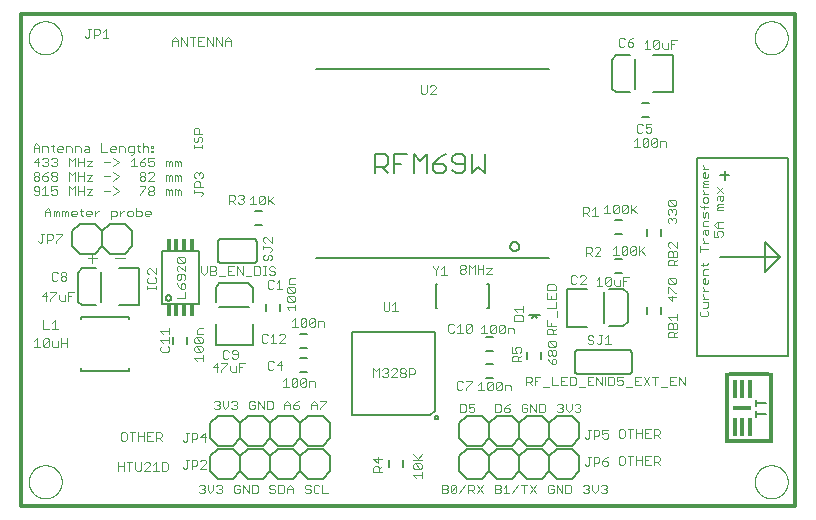
<source format=gto>
G75*
%MOIN*%
%OFA0B0*%
%FSLAX25Y25*%
%IPPOS*%
%LPD*%
%AMOC8*
5,1,8,0,0,1.08239X$1,22.5*
%
%ADD10C,0.00000*%
%ADD11C,0.01200*%
%ADD12C,0.00300*%
%ADD13R,0.01250X0.06250*%
%ADD14R,0.06250X0.01250*%
%ADD15C,0.00800*%
%ADD16R,0.01250X0.23750*%
%ADD17R,0.13600X0.01400*%
%ADD18C,0.00400*%
%ADD19C,0.00500*%
%ADD20C,0.00600*%
%ADD21R,0.01181X0.03937*%
D10*
X0004288Y0009800D02*
X0004290Y0009948D01*
X0004296Y0010096D01*
X0004306Y0010244D01*
X0004320Y0010391D01*
X0004338Y0010538D01*
X0004359Y0010684D01*
X0004385Y0010830D01*
X0004415Y0010975D01*
X0004448Y0011119D01*
X0004486Y0011262D01*
X0004527Y0011404D01*
X0004572Y0011545D01*
X0004620Y0011685D01*
X0004673Y0011824D01*
X0004729Y0011961D01*
X0004789Y0012096D01*
X0004852Y0012230D01*
X0004919Y0012362D01*
X0004990Y0012492D01*
X0005064Y0012620D01*
X0005141Y0012746D01*
X0005222Y0012870D01*
X0005306Y0012992D01*
X0005393Y0013111D01*
X0005484Y0013228D01*
X0005578Y0013343D01*
X0005674Y0013455D01*
X0005774Y0013565D01*
X0005876Y0013671D01*
X0005982Y0013775D01*
X0006090Y0013876D01*
X0006201Y0013974D01*
X0006314Y0014070D01*
X0006430Y0014162D01*
X0006548Y0014251D01*
X0006669Y0014336D01*
X0006792Y0014419D01*
X0006917Y0014498D01*
X0007044Y0014574D01*
X0007173Y0014646D01*
X0007304Y0014715D01*
X0007437Y0014780D01*
X0007572Y0014841D01*
X0007708Y0014899D01*
X0007845Y0014954D01*
X0007984Y0015004D01*
X0008125Y0015051D01*
X0008266Y0015094D01*
X0008409Y0015134D01*
X0008553Y0015169D01*
X0008697Y0015201D01*
X0008843Y0015228D01*
X0008989Y0015252D01*
X0009136Y0015272D01*
X0009283Y0015288D01*
X0009430Y0015300D01*
X0009578Y0015308D01*
X0009726Y0015312D01*
X0009874Y0015312D01*
X0010022Y0015308D01*
X0010170Y0015300D01*
X0010317Y0015288D01*
X0010464Y0015272D01*
X0010611Y0015252D01*
X0010757Y0015228D01*
X0010903Y0015201D01*
X0011047Y0015169D01*
X0011191Y0015134D01*
X0011334Y0015094D01*
X0011475Y0015051D01*
X0011616Y0015004D01*
X0011755Y0014954D01*
X0011892Y0014899D01*
X0012028Y0014841D01*
X0012163Y0014780D01*
X0012296Y0014715D01*
X0012427Y0014646D01*
X0012556Y0014574D01*
X0012683Y0014498D01*
X0012808Y0014419D01*
X0012931Y0014336D01*
X0013052Y0014251D01*
X0013170Y0014162D01*
X0013286Y0014070D01*
X0013399Y0013974D01*
X0013510Y0013876D01*
X0013618Y0013775D01*
X0013724Y0013671D01*
X0013826Y0013565D01*
X0013926Y0013455D01*
X0014022Y0013343D01*
X0014116Y0013228D01*
X0014207Y0013111D01*
X0014294Y0012992D01*
X0014378Y0012870D01*
X0014459Y0012746D01*
X0014536Y0012620D01*
X0014610Y0012492D01*
X0014681Y0012362D01*
X0014748Y0012230D01*
X0014811Y0012096D01*
X0014871Y0011961D01*
X0014927Y0011824D01*
X0014980Y0011685D01*
X0015028Y0011545D01*
X0015073Y0011404D01*
X0015114Y0011262D01*
X0015152Y0011119D01*
X0015185Y0010975D01*
X0015215Y0010830D01*
X0015241Y0010684D01*
X0015262Y0010538D01*
X0015280Y0010391D01*
X0015294Y0010244D01*
X0015304Y0010096D01*
X0015310Y0009948D01*
X0015312Y0009800D01*
X0015310Y0009652D01*
X0015304Y0009504D01*
X0015294Y0009356D01*
X0015280Y0009209D01*
X0015262Y0009062D01*
X0015241Y0008916D01*
X0015215Y0008770D01*
X0015185Y0008625D01*
X0015152Y0008481D01*
X0015114Y0008338D01*
X0015073Y0008196D01*
X0015028Y0008055D01*
X0014980Y0007915D01*
X0014927Y0007776D01*
X0014871Y0007639D01*
X0014811Y0007504D01*
X0014748Y0007370D01*
X0014681Y0007238D01*
X0014610Y0007108D01*
X0014536Y0006980D01*
X0014459Y0006854D01*
X0014378Y0006730D01*
X0014294Y0006608D01*
X0014207Y0006489D01*
X0014116Y0006372D01*
X0014022Y0006257D01*
X0013926Y0006145D01*
X0013826Y0006035D01*
X0013724Y0005929D01*
X0013618Y0005825D01*
X0013510Y0005724D01*
X0013399Y0005626D01*
X0013286Y0005530D01*
X0013170Y0005438D01*
X0013052Y0005349D01*
X0012931Y0005264D01*
X0012808Y0005181D01*
X0012683Y0005102D01*
X0012556Y0005026D01*
X0012427Y0004954D01*
X0012296Y0004885D01*
X0012163Y0004820D01*
X0012028Y0004759D01*
X0011892Y0004701D01*
X0011755Y0004646D01*
X0011616Y0004596D01*
X0011475Y0004549D01*
X0011334Y0004506D01*
X0011191Y0004466D01*
X0011047Y0004431D01*
X0010903Y0004399D01*
X0010757Y0004372D01*
X0010611Y0004348D01*
X0010464Y0004328D01*
X0010317Y0004312D01*
X0010170Y0004300D01*
X0010022Y0004292D01*
X0009874Y0004288D01*
X0009726Y0004288D01*
X0009578Y0004292D01*
X0009430Y0004300D01*
X0009283Y0004312D01*
X0009136Y0004328D01*
X0008989Y0004348D01*
X0008843Y0004372D01*
X0008697Y0004399D01*
X0008553Y0004431D01*
X0008409Y0004466D01*
X0008266Y0004506D01*
X0008125Y0004549D01*
X0007984Y0004596D01*
X0007845Y0004646D01*
X0007708Y0004701D01*
X0007572Y0004759D01*
X0007437Y0004820D01*
X0007304Y0004885D01*
X0007173Y0004954D01*
X0007044Y0005026D01*
X0006917Y0005102D01*
X0006792Y0005181D01*
X0006669Y0005264D01*
X0006548Y0005349D01*
X0006430Y0005438D01*
X0006314Y0005530D01*
X0006201Y0005626D01*
X0006090Y0005724D01*
X0005982Y0005825D01*
X0005876Y0005929D01*
X0005774Y0006035D01*
X0005674Y0006145D01*
X0005578Y0006257D01*
X0005484Y0006372D01*
X0005393Y0006489D01*
X0005306Y0006608D01*
X0005222Y0006730D01*
X0005141Y0006854D01*
X0005064Y0006980D01*
X0004990Y0007108D01*
X0004919Y0007238D01*
X0004852Y0007370D01*
X0004789Y0007504D01*
X0004729Y0007639D01*
X0004673Y0007776D01*
X0004620Y0007915D01*
X0004572Y0008055D01*
X0004527Y0008196D01*
X0004486Y0008338D01*
X0004448Y0008481D01*
X0004415Y0008625D01*
X0004385Y0008770D01*
X0004359Y0008916D01*
X0004338Y0009062D01*
X0004320Y0009209D01*
X0004306Y0009356D01*
X0004296Y0009504D01*
X0004290Y0009652D01*
X0004288Y0009800D01*
X0004288Y0157800D02*
X0004290Y0157948D01*
X0004296Y0158096D01*
X0004306Y0158244D01*
X0004320Y0158391D01*
X0004338Y0158538D01*
X0004359Y0158684D01*
X0004385Y0158830D01*
X0004415Y0158975D01*
X0004448Y0159119D01*
X0004486Y0159262D01*
X0004527Y0159404D01*
X0004572Y0159545D01*
X0004620Y0159685D01*
X0004673Y0159824D01*
X0004729Y0159961D01*
X0004789Y0160096D01*
X0004852Y0160230D01*
X0004919Y0160362D01*
X0004990Y0160492D01*
X0005064Y0160620D01*
X0005141Y0160746D01*
X0005222Y0160870D01*
X0005306Y0160992D01*
X0005393Y0161111D01*
X0005484Y0161228D01*
X0005578Y0161343D01*
X0005674Y0161455D01*
X0005774Y0161565D01*
X0005876Y0161671D01*
X0005982Y0161775D01*
X0006090Y0161876D01*
X0006201Y0161974D01*
X0006314Y0162070D01*
X0006430Y0162162D01*
X0006548Y0162251D01*
X0006669Y0162336D01*
X0006792Y0162419D01*
X0006917Y0162498D01*
X0007044Y0162574D01*
X0007173Y0162646D01*
X0007304Y0162715D01*
X0007437Y0162780D01*
X0007572Y0162841D01*
X0007708Y0162899D01*
X0007845Y0162954D01*
X0007984Y0163004D01*
X0008125Y0163051D01*
X0008266Y0163094D01*
X0008409Y0163134D01*
X0008553Y0163169D01*
X0008697Y0163201D01*
X0008843Y0163228D01*
X0008989Y0163252D01*
X0009136Y0163272D01*
X0009283Y0163288D01*
X0009430Y0163300D01*
X0009578Y0163308D01*
X0009726Y0163312D01*
X0009874Y0163312D01*
X0010022Y0163308D01*
X0010170Y0163300D01*
X0010317Y0163288D01*
X0010464Y0163272D01*
X0010611Y0163252D01*
X0010757Y0163228D01*
X0010903Y0163201D01*
X0011047Y0163169D01*
X0011191Y0163134D01*
X0011334Y0163094D01*
X0011475Y0163051D01*
X0011616Y0163004D01*
X0011755Y0162954D01*
X0011892Y0162899D01*
X0012028Y0162841D01*
X0012163Y0162780D01*
X0012296Y0162715D01*
X0012427Y0162646D01*
X0012556Y0162574D01*
X0012683Y0162498D01*
X0012808Y0162419D01*
X0012931Y0162336D01*
X0013052Y0162251D01*
X0013170Y0162162D01*
X0013286Y0162070D01*
X0013399Y0161974D01*
X0013510Y0161876D01*
X0013618Y0161775D01*
X0013724Y0161671D01*
X0013826Y0161565D01*
X0013926Y0161455D01*
X0014022Y0161343D01*
X0014116Y0161228D01*
X0014207Y0161111D01*
X0014294Y0160992D01*
X0014378Y0160870D01*
X0014459Y0160746D01*
X0014536Y0160620D01*
X0014610Y0160492D01*
X0014681Y0160362D01*
X0014748Y0160230D01*
X0014811Y0160096D01*
X0014871Y0159961D01*
X0014927Y0159824D01*
X0014980Y0159685D01*
X0015028Y0159545D01*
X0015073Y0159404D01*
X0015114Y0159262D01*
X0015152Y0159119D01*
X0015185Y0158975D01*
X0015215Y0158830D01*
X0015241Y0158684D01*
X0015262Y0158538D01*
X0015280Y0158391D01*
X0015294Y0158244D01*
X0015304Y0158096D01*
X0015310Y0157948D01*
X0015312Y0157800D01*
X0015310Y0157652D01*
X0015304Y0157504D01*
X0015294Y0157356D01*
X0015280Y0157209D01*
X0015262Y0157062D01*
X0015241Y0156916D01*
X0015215Y0156770D01*
X0015185Y0156625D01*
X0015152Y0156481D01*
X0015114Y0156338D01*
X0015073Y0156196D01*
X0015028Y0156055D01*
X0014980Y0155915D01*
X0014927Y0155776D01*
X0014871Y0155639D01*
X0014811Y0155504D01*
X0014748Y0155370D01*
X0014681Y0155238D01*
X0014610Y0155108D01*
X0014536Y0154980D01*
X0014459Y0154854D01*
X0014378Y0154730D01*
X0014294Y0154608D01*
X0014207Y0154489D01*
X0014116Y0154372D01*
X0014022Y0154257D01*
X0013926Y0154145D01*
X0013826Y0154035D01*
X0013724Y0153929D01*
X0013618Y0153825D01*
X0013510Y0153724D01*
X0013399Y0153626D01*
X0013286Y0153530D01*
X0013170Y0153438D01*
X0013052Y0153349D01*
X0012931Y0153264D01*
X0012808Y0153181D01*
X0012683Y0153102D01*
X0012556Y0153026D01*
X0012427Y0152954D01*
X0012296Y0152885D01*
X0012163Y0152820D01*
X0012028Y0152759D01*
X0011892Y0152701D01*
X0011755Y0152646D01*
X0011616Y0152596D01*
X0011475Y0152549D01*
X0011334Y0152506D01*
X0011191Y0152466D01*
X0011047Y0152431D01*
X0010903Y0152399D01*
X0010757Y0152372D01*
X0010611Y0152348D01*
X0010464Y0152328D01*
X0010317Y0152312D01*
X0010170Y0152300D01*
X0010022Y0152292D01*
X0009874Y0152288D01*
X0009726Y0152288D01*
X0009578Y0152292D01*
X0009430Y0152300D01*
X0009283Y0152312D01*
X0009136Y0152328D01*
X0008989Y0152348D01*
X0008843Y0152372D01*
X0008697Y0152399D01*
X0008553Y0152431D01*
X0008409Y0152466D01*
X0008266Y0152506D01*
X0008125Y0152549D01*
X0007984Y0152596D01*
X0007845Y0152646D01*
X0007708Y0152701D01*
X0007572Y0152759D01*
X0007437Y0152820D01*
X0007304Y0152885D01*
X0007173Y0152954D01*
X0007044Y0153026D01*
X0006917Y0153102D01*
X0006792Y0153181D01*
X0006669Y0153264D01*
X0006548Y0153349D01*
X0006430Y0153438D01*
X0006314Y0153530D01*
X0006201Y0153626D01*
X0006090Y0153724D01*
X0005982Y0153825D01*
X0005876Y0153929D01*
X0005774Y0154035D01*
X0005674Y0154145D01*
X0005578Y0154257D01*
X0005484Y0154372D01*
X0005393Y0154489D01*
X0005306Y0154608D01*
X0005222Y0154730D01*
X0005141Y0154854D01*
X0005064Y0154980D01*
X0004990Y0155108D01*
X0004919Y0155238D01*
X0004852Y0155370D01*
X0004789Y0155504D01*
X0004729Y0155639D01*
X0004673Y0155776D01*
X0004620Y0155915D01*
X0004572Y0156055D01*
X0004527Y0156196D01*
X0004486Y0156338D01*
X0004448Y0156481D01*
X0004415Y0156625D01*
X0004385Y0156770D01*
X0004359Y0156916D01*
X0004338Y0157062D01*
X0004320Y0157209D01*
X0004306Y0157356D01*
X0004296Y0157504D01*
X0004290Y0157652D01*
X0004288Y0157800D01*
X0246288Y0157800D02*
X0246290Y0157948D01*
X0246296Y0158096D01*
X0246306Y0158244D01*
X0246320Y0158391D01*
X0246338Y0158538D01*
X0246359Y0158684D01*
X0246385Y0158830D01*
X0246415Y0158975D01*
X0246448Y0159119D01*
X0246486Y0159262D01*
X0246527Y0159404D01*
X0246572Y0159545D01*
X0246620Y0159685D01*
X0246673Y0159824D01*
X0246729Y0159961D01*
X0246789Y0160096D01*
X0246852Y0160230D01*
X0246919Y0160362D01*
X0246990Y0160492D01*
X0247064Y0160620D01*
X0247141Y0160746D01*
X0247222Y0160870D01*
X0247306Y0160992D01*
X0247393Y0161111D01*
X0247484Y0161228D01*
X0247578Y0161343D01*
X0247674Y0161455D01*
X0247774Y0161565D01*
X0247876Y0161671D01*
X0247982Y0161775D01*
X0248090Y0161876D01*
X0248201Y0161974D01*
X0248314Y0162070D01*
X0248430Y0162162D01*
X0248548Y0162251D01*
X0248669Y0162336D01*
X0248792Y0162419D01*
X0248917Y0162498D01*
X0249044Y0162574D01*
X0249173Y0162646D01*
X0249304Y0162715D01*
X0249437Y0162780D01*
X0249572Y0162841D01*
X0249708Y0162899D01*
X0249845Y0162954D01*
X0249984Y0163004D01*
X0250125Y0163051D01*
X0250266Y0163094D01*
X0250409Y0163134D01*
X0250553Y0163169D01*
X0250697Y0163201D01*
X0250843Y0163228D01*
X0250989Y0163252D01*
X0251136Y0163272D01*
X0251283Y0163288D01*
X0251430Y0163300D01*
X0251578Y0163308D01*
X0251726Y0163312D01*
X0251874Y0163312D01*
X0252022Y0163308D01*
X0252170Y0163300D01*
X0252317Y0163288D01*
X0252464Y0163272D01*
X0252611Y0163252D01*
X0252757Y0163228D01*
X0252903Y0163201D01*
X0253047Y0163169D01*
X0253191Y0163134D01*
X0253334Y0163094D01*
X0253475Y0163051D01*
X0253616Y0163004D01*
X0253755Y0162954D01*
X0253892Y0162899D01*
X0254028Y0162841D01*
X0254163Y0162780D01*
X0254296Y0162715D01*
X0254427Y0162646D01*
X0254556Y0162574D01*
X0254683Y0162498D01*
X0254808Y0162419D01*
X0254931Y0162336D01*
X0255052Y0162251D01*
X0255170Y0162162D01*
X0255286Y0162070D01*
X0255399Y0161974D01*
X0255510Y0161876D01*
X0255618Y0161775D01*
X0255724Y0161671D01*
X0255826Y0161565D01*
X0255926Y0161455D01*
X0256022Y0161343D01*
X0256116Y0161228D01*
X0256207Y0161111D01*
X0256294Y0160992D01*
X0256378Y0160870D01*
X0256459Y0160746D01*
X0256536Y0160620D01*
X0256610Y0160492D01*
X0256681Y0160362D01*
X0256748Y0160230D01*
X0256811Y0160096D01*
X0256871Y0159961D01*
X0256927Y0159824D01*
X0256980Y0159685D01*
X0257028Y0159545D01*
X0257073Y0159404D01*
X0257114Y0159262D01*
X0257152Y0159119D01*
X0257185Y0158975D01*
X0257215Y0158830D01*
X0257241Y0158684D01*
X0257262Y0158538D01*
X0257280Y0158391D01*
X0257294Y0158244D01*
X0257304Y0158096D01*
X0257310Y0157948D01*
X0257312Y0157800D01*
X0257310Y0157652D01*
X0257304Y0157504D01*
X0257294Y0157356D01*
X0257280Y0157209D01*
X0257262Y0157062D01*
X0257241Y0156916D01*
X0257215Y0156770D01*
X0257185Y0156625D01*
X0257152Y0156481D01*
X0257114Y0156338D01*
X0257073Y0156196D01*
X0257028Y0156055D01*
X0256980Y0155915D01*
X0256927Y0155776D01*
X0256871Y0155639D01*
X0256811Y0155504D01*
X0256748Y0155370D01*
X0256681Y0155238D01*
X0256610Y0155108D01*
X0256536Y0154980D01*
X0256459Y0154854D01*
X0256378Y0154730D01*
X0256294Y0154608D01*
X0256207Y0154489D01*
X0256116Y0154372D01*
X0256022Y0154257D01*
X0255926Y0154145D01*
X0255826Y0154035D01*
X0255724Y0153929D01*
X0255618Y0153825D01*
X0255510Y0153724D01*
X0255399Y0153626D01*
X0255286Y0153530D01*
X0255170Y0153438D01*
X0255052Y0153349D01*
X0254931Y0153264D01*
X0254808Y0153181D01*
X0254683Y0153102D01*
X0254556Y0153026D01*
X0254427Y0152954D01*
X0254296Y0152885D01*
X0254163Y0152820D01*
X0254028Y0152759D01*
X0253892Y0152701D01*
X0253755Y0152646D01*
X0253616Y0152596D01*
X0253475Y0152549D01*
X0253334Y0152506D01*
X0253191Y0152466D01*
X0253047Y0152431D01*
X0252903Y0152399D01*
X0252757Y0152372D01*
X0252611Y0152348D01*
X0252464Y0152328D01*
X0252317Y0152312D01*
X0252170Y0152300D01*
X0252022Y0152292D01*
X0251874Y0152288D01*
X0251726Y0152288D01*
X0251578Y0152292D01*
X0251430Y0152300D01*
X0251283Y0152312D01*
X0251136Y0152328D01*
X0250989Y0152348D01*
X0250843Y0152372D01*
X0250697Y0152399D01*
X0250553Y0152431D01*
X0250409Y0152466D01*
X0250266Y0152506D01*
X0250125Y0152549D01*
X0249984Y0152596D01*
X0249845Y0152646D01*
X0249708Y0152701D01*
X0249572Y0152759D01*
X0249437Y0152820D01*
X0249304Y0152885D01*
X0249173Y0152954D01*
X0249044Y0153026D01*
X0248917Y0153102D01*
X0248792Y0153181D01*
X0248669Y0153264D01*
X0248548Y0153349D01*
X0248430Y0153438D01*
X0248314Y0153530D01*
X0248201Y0153626D01*
X0248090Y0153724D01*
X0247982Y0153825D01*
X0247876Y0153929D01*
X0247774Y0154035D01*
X0247674Y0154145D01*
X0247578Y0154257D01*
X0247484Y0154372D01*
X0247393Y0154489D01*
X0247306Y0154608D01*
X0247222Y0154730D01*
X0247141Y0154854D01*
X0247064Y0154980D01*
X0246990Y0155108D01*
X0246919Y0155238D01*
X0246852Y0155370D01*
X0246789Y0155504D01*
X0246729Y0155639D01*
X0246673Y0155776D01*
X0246620Y0155915D01*
X0246572Y0156055D01*
X0246527Y0156196D01*
X0246486Y0156338D01*
X0246448Y0156481D01*
X0246415Y0156625D01*
X0246385Y0156770D01*
X0246359Y0156916D01*
X0246338Y0157062D01*
X0246320Y0157209D01*
X0246306Y0157356D01*
X0246296Y0157504D01*
X0246290Y0157652D01*
X0246288Y0157800D01*
X0246288Y0009800D02*
X0246290Y0009948D01*
X0246296Y0010096D01*
X0246306Y0010244D01*
X0246320Y0010391D01*
X0246338Y0010538D01*
X0246359Y0010684D01*
X0246385Y0010830D01*
X0246415Y0010975D01*
X0246448Y0011119D01*
X0246486Y0011262D01*
X0246527Y0011404D01*
X0246572Y0011545D01*
X0246620Y0011685D01*
X0246673Y0011824D01*
X0246729Y0011961D01*
X0246789Y0012096D01*
X0246852Y0012230D01*
X0246919Y0012362D01*
X0246990Y0012492D01*
X0247064Y0012620D01*
X0247141Y0012746D01*
X0247222Y0012870D01*
X0247306Y0012992D01*
X0247393Y0013111D01*
X0247484Y0013228D01*
X0247578Y0013343D01*
X0247674Y0013455D01*
X0247774Y0013565D01*
X0247876Y0013671D01*
X0247982Y0013775D01*
X0248090Y0013876D01*
X0248201Y0013974D01*
X0248314Y0014070D01*
X0248430Y0014162D01*
X0248548Y0014251D01*
X0248669Y0014336D01*
X0248792Y0014419D01*
X0248917Y0014498D01*
X0249044Y0014574D01*
X0249173Y0014646D01*
X0249304Y0014715D01*
X0249437Y0014780D01*
X0249572Y0014841D01*
X0249708Y0014899D01*
X0249845Y0014954D01*
X0249984Y0015004D01*
X0250125Y0015051D01*
X0250266Y0015094D01*
X0250409Y0015134D01*
X0250553Y0015169D01*
X0250697Y0015201D01*
X0250843Y0015228D01*
X0250989Y0015252D01*
X0251136Y0015272D01*
X0251283Y0015288D01*
X0251430Y0015300D01*
X0251578Y0015308D01*
X0251726Y0015312D01*
X0251874Y0015312D01*
X0252022Y0015308D01*
X0252170Y0015300D01*
X0252317Y0015288D01*
X0252464Y0015272D01*
X0252611Y0015252D01*
X0252757Y0015228D01*
X0252903Y0015201D01*
X0253047Y0015169D01*
X0253191Y0015134D01*
X0253334Y0015094D01*
X0253475Y0015051D01*
X0253616Y0015004D01*
X0253755Y0014954D01*
X0253892Y0014899D01*
X0254028Y0014841D01*
X0254163Y0014780D01*
X0254296Y0014715D01*
X0254427Y0014646D01*
X0254556Y0014574D01*
X0254683Y0014498D01*
X0254808Y0014419D01*
X0254931Y0014336D01*
X0255052Y0014251D01*
X0255170Y0014162D01*
X0255286Y0014070D01*
X0255399Y0013974D01*
X0255510Y0013876D01*
X0255618Y0013775D01*
X0255724Y0013671D01*
X0255826Y0013565D01*
X0255926Y0013455D01*
X0256022Y0013343D01*
X0256116Y0013228D01*
X0256207Y0013111D01*
X0256294Y0012992D01*
X0256378Y0012870D01*
X0256459Y0012746D01*
X0256536Y0012620D01*
X0256610Y0012492D01*
X0256681Y0012362D01*
X0256748Y0012230D01*
X0256811Y0012096D01*
X0256871Y0011961D01*
X0256927Y0011824D01*
X0256980Y0011685D01*
X0257028Y0011545D01*
X0257073Y0011404D01*
X0257114Y0011262D01*
X0257152Y0011119D01*
X0257185Y0010975D01*
X0257215Y0010830D01*
X0257241Y0010684D01*
X0257262Y0010538D01*
X0257280Y0010391D01*
X0257294Y0010244D01*
X0257304Y0010096D01*
X0257310Y0009948D01*
X0257312Y0009800D01*
X0257310Y0009652D01*
X0257304Y0009504D01*
X0257294Y0009356D01*
X0257280Y0009209D01*
X0257262Y0009062D01*
X0257241Y0008916D01*
X0257215Y0008770D01*
X0257185Y0008625D01*
X0257152Y0008481D01*
X0257114Y0008338D01*
X0257073Y0008196D01*
X0257028Y0008055D01*
X0256980Y0007915D01*
X0256927Y0007776D01*
X0256871Y0007639D01*
X0256811Y0007504D01*
X0256748Y0007370D01*
X0256681Y0007238D01*
X0256610Y0007108D01*
X0256536Y0006980D01*
X0256459Y0006854D01*
X0256378Y0006730D01*
X0256294Y0006608D01*
X0256207Y0006489D01*
X0256116Y0006372D01*
X0256022Y0006257D01*
X0255926Y0006145D01*
X0255826Y0006035D01*
X0255724Y0005929D01*
X0255618Y0005825D01*
X0255510Y0005724D01*
X0255399Y0005626D01*
X0255286Y0005530D01*
X0255170Y0005438D01*
X0255052Y0005349D01*
X0254931Y0005264D01*
X0254808Y0005181D01*
X0254683Y0005102D01*
X0254556Y0005026D01*
X0254427Y0004954D01*
X0254296Y0004885D01*
X0254163Y0004820D01*
X0254028Y0004759D01*
X0253892Y0004701D01*
X0253755Y0004646D01*
X0253616Y0004596D01*
X0253475Y0004549D01*
X0253334Y0004506D01*
X0253191Y0004466D01*
X0253047Y0004431D01*
X0252903Y0004399D01*
X0252757Y0004372D01*
X0252611Y0004348D01*
X0252464Y0004328D01*
X0252317Y0004312D01*
X0252170Y0004300D01*
X0252022Y0004292D01*
X0251874Y0004288D01*
X0251726Y0004288D01*
X0251578Y0004292D01*
X0251430Y0004300D01*
X0251283Y0004312D01*
X0251136Y0004328D01*
X0250989Y0004348D01*
X0250843Y0004372D01*
X0250697Y0004399D01*
X0250553Y0004431D01*
X0250409Y0004466D01*
X0250266Y0004506D01*
X0250125Y0004549D01*
X0249984Y0004596D01*
X0249845Y0004646D01*
X0249708Y0004701D01*
X0249572Y0004759D01*
X0249437Y0004820D01*
X0249304Y0004885D01*
X0249173Y0004954D01*
X0249044Y0005026D01*
X0248917Y0005102D01*
X0248792Y0005181D01*
X0248669Y0005264D01*
X0248548Y0005349D01*
X0248430Y0005438D01*
X0248314Y0005530D01*
X0248201Y0005626D01*
X0248090Y0005724D01*
X0247982Y0005825D01*
X0247876Y0005929D01*
X0247774Y0006035D01*
X0247674Y0006145D01*
X0247578Y0006257D01*
X0247484Y0006372D01*
X0247393Y0006489D01*
X0247306Y0006608D01*
X0247222Y0006730D01*
X0247141Y0006854D01*
X0247064Y0006980D01*
X0246990Y0007108D01*
X0246919Y0007238D01*
X0246852Y0007370D01*
X0246789Y0007504D01*
X0246729Y0007639D01*
X0246673Y0007776D01*
X0246620Y0007915D01*
X0246572Y0008055D01*
X0246527Y0008196D01*
X0246486Y0008338D01*
X0246448Y0008481D01*
X0246415Y0008625D01*
X0246385Y0008770D01*
X0246359Y0008916D01*
X0246338Y0009062D01*
X0246320Y0009209D01*
X0246306Y0009356D01*
X0246296Y0009504D01*
X0246290Y0009652D01*
X0246288Y0009800D01*
D11*
X0001800Y0001800D02*
X0001800Y0165501D01*
X0001800Y0165800D02*
X0259800Y0165800D01*
X0259800Y0001800D01*
X0259721Y0001800D02*
X0001800Y0001800D01*
D12*
X0033950Y0013450D02*
X0033950Y0016352D01*
X0033950Y0014901D02*
X0035885Y0014901D01*
X0035885Y0016352D02*
X0035885Y0013450D01*
X0037864Y0013450D02*
X0037864Y0016352D01*
X0036897Y0016352D02*
X0038831Y0016352D01*
X0039843Y0016352D02*
X0039843Y0013934D01*
X0040327Y0013450D01*
X0041294Y0013450D01*
X0041778Y0013934D01*
X0041778Y0016352D01*
X0042790Y0015869D02*
X0043273Y0016352D01*
X0044241Y0016352D01*
X0044725Y0015869D01*
X0044725Y0015385D01*
X0042790Y0013450D01*
X0044725Y0013450D01*
X0045736Y0013450D02*
X0047671Y0013450D01*
X0046704Y0013450D02*
X0046704Y0016352D01*
X0045736Y0015385D01*
X0048683Y0016352D02*
X0048683Y0013450D01*
X0050134Y0013450D01*
X0050618Y0013934D01*
X0050618Y0015869D01*
X0050134Y0016352D01*
X0048683Y0016352D01*
X0055650Y0014634D02*
X0056134Y0014150D01*
X0056617Y0014150D01*
X0057101Y0014634D01*
X0057101Y0017052D01*
X0056617Y0017052D02*
X0057585Y0017052D01*
X0058597Y0017052D02*
X0060048Y0017052D01*
X0060531Y0016569D01*
X0060531Y0015601D01*
X0060048Y0015117D01*
X0058597Y0015117D01*
X0058597Y0014150D02*
X0058597Y0017052D01*
X0061543Y0016569D02*
X0062027Y0017052D01*
X0062994Y0017052D01*
X0063478Y0016569D01*
X0063478Y0016085D01*
X0061543Y0014150D01*
X0063478Y0014150D01*
X0063897Y0008852D02*
X0063897Y0006917D01*
X0064864Y0005950D01*
X0065831Y0006917D01*
X0065831Y0008852D01*
X0066843Y0008369D02*
X0067327Y0008852D01*
X0068294Y0008852D01*
X0068778Y0008369D01*
X0068778Y0007885D01*
X0068294Y0007401D01*
X0068778Y0006917D01*
X0068778Y0006434D01*
X0068294Y0005950D01*
X0067327Y0005950D01*
X0066843Y0006434D01*
X0067811Y0007401D02*
X0068294Y0007401D01*
X0072736Y0006434D02*
X0073220Y0005950D01*
X0074187Y0005950D01*
X0074671Y0006434D01*
X0074671Y0007401D01*
X0073704Y0007401D01*
X0074671Y0008369D02*
X0074187Y0008852D01*
X0073220Y0008852D01*
X0072736Y0008369D01*
X0072736Y0006434D01*
X0075683Y0005950D02*
X0075683Y0008852D01*
X0077618Y0005950D01*
X0077618Y0008852D01*
X0078629Y0008852D02*
X0080080Y0008852D01*
X0080564Y0008369D01*
X0080564Y0006434D01*
X0080080Y0005950D01*
X0078629Y0005950D01*
X0078629Y0008852D01*
X0084522Y0008369D02*
X0084522Y0007885D01*
X0085006Y0007401D01*
X0085973Y0007401D01*
X0086457Y0006917D01*
X0086457Y0006434D01*
X0085973Y0005950D01*
X0085006Y0005950D01*
X0084522Y0006434D01*
X0084522Y0008369D02*
X0085006Y0008852D01*
X0085973Y0008852D01*
X0086457Y0008369D01*
X0087469Y0008852D02*
X0087469Y0005950D01*
X0088920Y0005950D01*
X0089404Y0006434D01*
X0089404Y0008369D01*
X0088920Y0008852D01*
X0087469Y0008852D01*
X0090415Y0007885D02*
X0091383Y0008852D01*
X0092350Y0007885D01*
X0092350Y0005950D01*
X0092350Y0007401D02*
X0090415Y0007401D01*
X0090415Y0007885D02*
X0090415Y0005950D01*
X0096308Y0006434D02*
X0096792Y0005950D01*
X0097759Y0005950D01*
X0098243Y0006434D01*
X0098243Y0006917D01*
X0097759Y0007401D01*
X0096792Y0007401D01*
X0096308Y0007885D01*
X0096308Y0008369D01*
X0096792Y0008852D01*
X0097759Y0008852D01*
X0098243Y0008369D01*
X0099255Y0008369D02*
X0099255Y0006434D01*
X0099738Y0005950D01*
X0100706Y0005950D01*
X0101190Y0006434D01*
X0102201Y0005950D02*
X0104136Y0005950D01*
X0102201Y0005950D02*
X0102201Y0008852D01*
X0101190Y0008369D02*
X0100706Y0008852D01*
X0099738Y0008852D01*
X0099255Y0008369D01*
X0119198Y0013057D02*
X0119198Y0014508D01*
X0119681Y0014992D01*
X0120649Y0014992D01*
X0121133Y0014508D01*
X0121133Y0013057D01*
X0122100Y0013057D02*
X0119198Y0013057D01*
X0121133Y0014024D02*
X0122100Y0014992D01*
X0120649Y0016003D02*
X0120649Y0017938D01*
X0122100Y0017455D02*
X0119198Y0017455D01*
X0120649Y0016003D01*
X0132448Y0015508D02*
X0132448Y0014541D01*
X0132931Y0014057D01*
X0134866Y0014057D01*
X0132931Y0015992D01*
X0134866Y0015992D01*
X0135350Y0015508D01*
X0135350Y0014541D01*
X0134866Y0014057D01*
X0135350Y0013045D02*
X0135350Y0011110D01*
X0135350Y0012078D02*
X0132448Y0012078D01*
X0133415Y0011110D01*
X0132448Y0015508D02*
X0132931Y0015992D01*
X0132448Y0017003D02*
X0135350Y0017003D01*
X0134383Y0017003D02*
X0132448Y0018938D01*
X0133899Y0017487D02*
X0135350Y0018938D01*
X0141950Y0008852D02*
X0143401Y0008852D01*
X0143885Y0008369D01*
X0143885Y0007885D01*
X0143401Y0007401D01*
X0141950Y0007401D01*
X0141950Y0005950D02*
X0143401Y0005950D01*
X0143885Y0006434D01*
X0143885Y0006917D01*
X0143401Y0007401D01*
X0144897Y0006434D02*
X0146831Y0008369D01*
X0146831Y0006434D01*
X0146348Y0005950D01*
X0145380Y0005950D01*
X0144897Y0006434D01*
X0144897Y0008369D01*
X0145380Y0008852D01*
X0146348Y0008852D01*
X0146831Y0008369D01*
X0147843Y0005950D02*
X0149778Y0008852D01*
X0150790Y0008852D02*
X0152241Y0008852D01*
X0152725Y0008369D01*
X0152725Y0007401D01*
X0152241Y0006917D01*
X0150790Y0006917D01*
X0150790Y0005950D02*
X0150790Y0008852D01*
X0151757Y0006917D02*
X0152725Y0005950D01*
X0153736Y0005950D02*
X0155671Y0008852D01*
X0153736Y0008852D02*
X0155671Y0005950D01*
X0159629Y0005950D02*
X0159629Y0008852D01*
X0161080Y0008852D01*
X0161564Y0008369D01*
X0161564Y0007885D01*
X0161080Y0007401D01*
X0159629Y0007401D01*
X0159629Y0005950D02*
X0161080Y0005950D01*
X0161564Y0006434D01*
X0161564Y0006917D01*
X0161080Y0007401D01*
X0162576Y0007885D02*
X0163543Y0008852D01*
X0163543Y0005950D01*
X0162576Y0005950D02*
X0164511Y0005950D01*
X0165522Y0005950D02*
X0167457Y0008852D01*
X0168469Y0008852D02*
X0170404Y0008852D01*
X0169436Y0008852D02*
X0169436Y0005950D01*
X0171415Y0005950D02*
X0173350Y0008852D01*
X0171415Y0008852D02*
X0173350Y0005950D01*
X0177308Y0006434D02*
X0177308Y0008369D01*
X0177792Y0008852D01*
X0178759Y0008852D01*
X0179243Y0008369D01*
X0179243Y0007401D02*
X0178276Y0007401D01*
X0179243Y0007401D02*
X0179243Y0006434D01*
X0178759Y0005950D01*
X0177792Y0005950D01*
X0177308Y0006434D01*
X0180255Y0005950D02*
X0180255Y0008852D01*
X0182190Y0005950D01*
X0182190Y0008852D01*
X0183201Y0008852D02*
X0184652Y0008852D01*
X0185136Y0008369D01*
X0185136Y0006434D01*
X0184652Y0005950D01*
X0183201Y0005950D01*
X0183201Y0008852D01*
X0189094Y0008369D02*
X0189578Y0008852D01*
X0190546Y0008852D01*
X0191029Y0008369D01*
X0191029Y0007885D01*
X0190546Y0007401D01*
X0191029Y0006917D01*
X0191029Y0006434D01*
X0190546Y0005950D01*
X0189578Y0005950D01*
X0189094Y0006434D01*
X0190062Y0007401D02*
X0190546Y0007401D01*
X0192041Y0006917D02*
X0193008Y0005950D01*
X0193976Y0006917D01*
X0193976Y0008852D01*
X0194987Y0008369D02*
X0195471Y0008852D01*
X0196439Y0008852D01*
X0196922Y0008369D01*
X0196922Y0007885D01*
X0196439Y0007401D01*
X0196922Y0006917D01*
X0196922Y0006434D01*
X0196439Y0005950D01*
X0195471Y0005950D01*
X0194987Y0006434D01*
X0195955Y0007401D02*
X0196439Y0007401D01*
X0192041Y0006917D02*
X0192041Y0008852D01*
X0192597Y0015150D02*
X0192597Y0018052D01*
X0194048Y0018052D01*
X0194531Y0017569D01*
X0194531Y0016601D01*
X0194048Y0016117D01*
X0192597Y0016117D01*
X0191101Y0015634D02*
X0191101Y0018052D01*
X0190617Y0018052D02*
X0191585Y0018052D01*
X0191101Y0015634D02*
X0190617Y0015150D01*
X0190134Y0015150D01*
X0189650Y0015634D01*
X0195543Y0015634D02*
X0196027Y0015150D01*
X0196994Y0015150D01*
X0197478Y0015634D01*
X0197478Y0016117D01*
X0196994Y0016601D01*
X0195543Y0016601D01*
X0195543Y0015634D01*
X0195543Y0016601D02*
X0196511Y0017569D01*
X0197478Y0018052D01*
X0200950Y0017869D02*
X0200950Y0015934D01*
X0201434Y0015450D01*
X0202401Y0015450D01*
X0202885Y0015934D01*
X0202885Y0017869D01*
X0202401Y0018352D01*
X0201434Y0018352D01*
X0200950Y0017869D01*
X0203897Y0018352D02*
X0205831Y0018352D01*
X0204864Y0018352D02*
X0204864Y0015450D01*
X0206843Y0015450D02*
X0206843Y0018352D01*
X0206843Y0016901D02*
X0208778Y0016901D01*
X0209790Y0016901D02*
X0210757Y0016901D01*
X0209790Y0018352D02*
X0209790Y0015450D01*
X0211725Y0015450D01*
X0212736Y0015450D02*
X0212736Y0018352D01*
X0214187Y0018352D01*
X0214671Y0017869D01*
X0214671Y0016901D01*
X0214187Y0016417D01*
X0212736Y0016417D01*
X0213704Y0016417D02*
X0214671Y0015450D01*
X0211725Y0018352D02*
X0209790Y0018352D01*
X0208778Y0018352D02*
X0208778Y0015450D01*
X0208778Y0024450D02*
X0208778Y0027352D01*
X0209790Y0027352D02*
X0209790Y0024450D01*
X0211725Y0024450D01*
X0212736Y0024450D02*
X0212736Y0027352D01*
X0214187Y0027352D01*
X0214671Y0026869D01*
X0214671Y0025901D01*
X0214187Y0025417D01*
X0212736Y0025417D01*
X0213704Y0025417D02*
X0214671Y0024450D01*
X0211725Y0027352D02*
X0209790Y0027352D01*
X0209790Y0025901D02*
X0210757Y0025901D01*
X0208778Y0025901D02*
X0206843Y0025901D01*
X0206843Y0024450D02*
X0206843Y0027352D01*
X0205831Y0027352D02*
X0203897Y0027352D01*
X0204864Y0027352D02*
X0204864Y0024450D01*
X0202885Y0024934D02*
X0202885Y0026869D01*
X0202401Y0027352D01*
X0201434Y0027352D01*
X0200950Y0026869D01*
X0200950Y0024934D01*
X0201434Y0024450D01*
X0202401Y0024450D01*
X0202885Y0024934D01*
X0197478Y0024634D02*
X0196994Y0024150D01*
X0196027Y0024150D01*
X0195543Y0024634D01*
X0195543Y0025601D02*
X0196511Y0026085D01*
X0196994Y0026085D01*
X0197478Y0025601D01*
X0197478Y0024634D01*
X0195543Y0025601D02*
X0195543Y0027052D01*
X0197478Y0027052D01*
X0194531Y0026569D02*
X0194531Y0025601D01*
X0194048Y0025117D01*
X0192597Y0025117D01*
X0192597Y0024150D02*
X0192597Y0027052D01*
X0194048Y0027052D01*
X0194531Y0026569D01*
X0191585Y0027052D02*
X0190617Y0027052D01*
X0191101Y0027052D02*
X0191101Y0024634D01*
X0190617Y0024150D01*
X0190134Y0024150D01*
X0189650Y0024634D01*
X0187706Y0032950D02*
X0186738Y0032950D01*
X0186255Y0033434D01*
X0185243Y0033917D02*
X0185243Y0035852D01*
X0186255Y0035369D02*
X0186738Y0035852D01*
X0187706Y0035852D01*
X0188190Y0035369D01*
X0188190Y0034885D01*
X0187706Y0034401D01*
X0188190Y0033917D01*
X0188190Y0033434D01*
X0187706Y0032950D01*
X0187706Y0034401D02*
X0187222Y0034401D01*
X0185243Y0033917D02*
X0184276Y0032950D01*
X0183308Y0033917D01*
X0183308Y0035852D01*
X0182297Y0035369D02*
X0182297Y0034885D01*
X0181813Y0034401D01*
X0182297Y0033917D01*
X0182297Y0033434D01*
X0181813Y0032950D01*
X0180845Y0032950D01*
X0180362Y0033434D01*
X0181329Y0034401D02*
X0181813Y0034401D01*
X0182297Y0035369D02*
X0181813Y0035852D01*
X0180845Y0035852D01*
X0180362Y0035369D01*
X0176404Y0035369D02*
X0175920Y0035852D01*
X0174469Y0035852D01*
X0174469Y0032950D01*
X0175920Y0032950D01*
X0176404Y0033434D01*
X0176404Y0035369D01*
X0173457Y0035852D02*
X0173457Y0032950D01*
X0171522Y0035852D01*
X0171522Y0032950D01*
X0170511Y0033434D02*
X0170511Y0034401D01*
X0169543Y0034401D01*
X0168576Y0033434D02*
X0169059Y0032950D01*
X0170027Y0032950D01*
X0170511Y0033434D01*
X0168576Y0033434D02*
X0168576Y0035369D01*
X0169059Y0035852D01*
X0170027Y0035852D01*
X0170511Y0035369D01*
X0164618Y0035852D02*
X0163650Y0035369D01*
X0162683Y0034401D01*
X0164134Y0034401D01*
X0164618Y0033917D01*
X0164618Y0033434D01*
X0164134Y0032950D01*
X0163166Y0032950D01*
X0162683Y0033434D01*
X0162683Y0034401D01*
X0161671Y0033434D02*
X0161671Y0035369D01*
X0161187Y0035852D01*
X0159736Y0035852D01*
X0159736Y0032950D01*
X0161187Y0032950D01*
X0161671Y0033434D01*
X0152831Y0033434D02*
X0152348Y0032950D01*
X0151380Y0032950D01*
X0150897Y0033434D01*
X0150897Y0034401D02*
X0151864Y0034885D01*
X0152348Y0034885D01*
X0152831Y0034401D01*
X0152831Y0033434D01*
X0150897Y0034401D02*
X0150897Y0035852D01*
X0152831Y0035852D01*
X0149885Y0035369D02*
X0149401Y0035852D01*
X0147950Y0035852D01*
X0147950Y0032950D01*
X0149401Y0032950D01*
X0149885Y0033434D01*
X0149885Y0035369D01*
X0150003Y0040500D02*
X0150003Y0040984D01*
X0151938Y0042919D01*
X0151938Y0043402D01*
X0150003Y0043402D01*
X0148992Y0042919D02*
X0148508Y0043402D01*
X0147541Y0043402D01*
X0147057Y0042919D01*
X0147057Y0040984D01*
X0147541Y0040500D01*
X0148508Y0040500D01*
X0148992Y0040984D01*
X0154164Y0040250D02*
X0156099Y0040250D01*
X0155131Y0040250D02*
X0155131Y0043152D01*
X0154164Y0042185D01*
X0157110Y0042669D02*
X0157110Y0040734D01*
X0159045Y0042669D01*
X0159045Y0040734D01*
X0158562Y0040250D01*
X0157594Y0040250D01*
X0157110Y0040734D01*
X0157110Y0042669D02*
X0157594Y0043152D01*
X0158562Y0043152D01*
X0159045Y0042669D01*
X0160057Y0042669D02*
X0160057Y0040734D01*
X0161992Y0042669D01*
X0161992Y0040734D01*
X0161508Y0040250D01*
X0160541Y0040250D01*
X0160057Y0040734D01*
X0160057Y0042669D02*
X0160541Y0043152D01*
X0161508Y0043152D01*
X0161992Y0042669D01*
X0163003Y0042185D02*
X0163003Y0040250D01*
X0163003Y0042185D02*
X0164455Y0042185D01*
X0164938Y0041701D01*
X0164938Y0040250D01*
X0169950Y0041950D02*
X0169950Y0044852D01*
X0171401Y0044852D01*
X0171885Y0044369D01*
X0171885Y0043401D01*
X0171401Y0042917D01*
X0169950Y0042917D01*
X0170917Y0042917D02*
X0171885Y0041950D01*
X0172897Y0041950D02*
X0172897Y0044852D01*
X0174831Y0044852D01*
X0173864Y0043401D02*
X0172897Y0043401D01*
X0175843Y0041466D02*
X0177778Y0041466D01*
X0178790Y0041950D02*
X0180725Y0041950D01*
X0181736Y0041950D02*
X0183671Y0041950D01*
X0184683Y0041950D02*
X0186134Y0041950D01*
X0186618Y0042434D01*
X0186618Y0044369D01*
X0186134Y0044852D01*
X0184683Y0044852D01*
X0184683Y0041950D01*
X0182704Y0043401D02*
X0181736Y0043401D01*
X0181736Y0044852D02*
X0181736Y0041950D01*
X0181736Y0044852D02*
X0183671Y0044852D01*
X0178790Y0044852D02*
X0178790Y0041950D01*
X0187629Y0041466D02*
X0189564Y0041466D01*
X0190576Y0041950D02*
X0192511Y0041950D01*
X0193522Y0041950D02*
X0193522Y0044852D01*
X0195457Y0041950D01*
X0195457Y0044852D01*
X0196469Y0044852D02*
X0196469Y0041950D01*
X0197451Y0041950D02*
X0198902Y0041950D01*
X0199386Y0042434D01*
X0199386Y0044369D01*
X0198902Y0044852D01*
X0197451Y0044852D01*
X0197451Y0041950D01*
X0200397Y0042434D02*
X0200881Y0041950D01*
X0201849Y0041950D01*
X0202332Y0042434D01*
X0202332Y0043401D01*
X0201849Y0043885D01*
X0201365Y0043885D01*
X0200397Y0043401D01*
X0200397Y0044852D01*
X0202332Y0044852D01*
X0206290Y0044852D02*
X0206290Y0041950D01*
X0208225Y0041950D01*
X0209237Y0041950D02*
X0211172Y0044852D01*
X0212183Y0044852D02*
X0214118Y0044852D01*
X0213151Y0044852D02*
X0213151Y0041950D01*
X0211172Y0041950D02*
X0209237Y0044852D01*
X0208225Y0044852D02*
X0206290Y0044852D01*
X0206290Y0043401D02*
X0207258Y0043401D01*
X0205279Y0041466D02*
X0203344Y0041466D01*
X0192511Y0044852D02*
X0190576Y0044852D01*
X0190576Y0041950D01*
X0190576Y0043401D02*
X0191543Y0043401D01*
X0180150Y0049434D02*
X0180150Y0050401D01*
X0179666Y0050885D01*
X0179183Y0050885D01*
X0178699Y0050401D01*
X0178699Y0048950D01*
X0179666Y0048950D01*
X0180150Y0049434D01*
X0178699Y0048950D02*
X0177731Y0049917D01*
X0177248Y0050885D01*
X0177731Y0051897D02*
X0178215Y0051897D01*
X0178699Y0052380D01*
X0178699Y0053348D01*
X0179183Y0053831D01*
X0179666Y0053831D01*
X0180150Y0053348D01*
X0180150Y0052380D01*
X0179666Y0051897D01*
X0179183Y0051897D01*
X0178699Y0052380D01*
X0178699Y0053348D02*
X0178215Y0053831D01*
X0177731Y0053831D01*
X0177248Y0053348D01*
X0177248Y0052380D01*
X0177731Y0051897D01*
X0177731Y0054843D02*
X0177248Y0055327D01*
X0177248Y0056294D01*
X0177731Y0056778D01*
X0179666Y0054843D01*
X0180150Y0055327D01*
X0180150Y0056294D01*
X0179666Y0056778D01*
X0177731Y0056778D01*
X0177731Y0054843D02*
X0179666Y0054843D01*
X0179900Y0058950D02*
X0176998Y0058950D01*
X0176998Y0060401D01*
X0177481Y0060885D01*
X0178449Y0060885D01*
X0178933Y0060401D01*
X0178933Y0058950D01*
X0178933Y0059917D02*
X0179900Y0060885D01*
X0179900Y0061897D02*
X0176998Y0061897D01*
X0176998Y0063831D01*
X0178449Y0062864D02*
X0178449Y0061897D01*
X0180384Y0064843D02*
X0180384Y0066778D01*
X0179900Y0067790D02*
X0176998Y0067790D01*
X0179900Y0067790D02*
X0179900Y0069725D01*
X0179900Y0070736D02*
X0176998Y0070736D01*
X0176998Y0072671D01*
X0176998Y0073683D02*
X0176998Y0075134D01*
X0177481Y0075618D01*
X0179416Y0075618D01*
X0179900Y0075134D01*
X0179900Y0073683D01*
X0176998Y0073683D01*
X0178449Y0071704D02*
X0178449Y0070736D01*
X0179900Y0070736D02*
X0179900Y0072671D01*
X0185057Y0076297D02*
X0185541Y0075813D01*
X0186508Y0075813D01*
X0186992Y0076297D01*
X0188003Y0075813D02*
X0189938Y0077748D01*
X0189938Y0078232D01*
X0189455Y0078715D01*
X0188487Y0078715D01*
X0188003Y0078232D01*
X0186992Y0078232D02*
X0186508Y0078715D01*
X0185541Y0078715D01*
X0185057Y0078232D01*
X0185057Y0076297D01*
X0188003Y0075813D02*
X0189938Y0075813D01*
X0193556Y0075194D02*
X0195491Y0075194D01*
X0194524Y0075194D02*
X0194524Y0078097D01*
X0193556Y0077129D01*
X0196503Y0077613D02*
X0196503Y0075678D01*
X0198438Y0077613D01*
X0198438Y0075678D01*
X0197954Y0075194D01*
X0196987Y0075194D01*
X0196503Y0075678D01*
X0196503Y0077613D02*
X0196987Y0078097D01*
X0197954Y0078097D01*
X0198438Y0077613D01*
X0199449Y0077129D02*
X0199449Y0075678D01*
X0199933Y0075194D01*
X0201384Y0075194D01*
X0201384Y0077129D01*
X0202396Y0076645D02*
X0203363Y0076645D01*
X0202396Y0075194D02*
X0202396Y0078097D01*
X0204331Y0078097D01*
X0203348Y0085450D02*
X0202380Y0085450D01*
X0201897Y0085934D01*
X0203831Y0087869D01*
X0203831Y0085934D01*
X0203348Y0085450D01*
X0201897Y0085934D02*
X0201897Y0087869D01*
X0202380Y0088352D01*
X0203348Y0088352D01*
X0203831Y0087869D01*
X0204843Y0087869D02*
X0204843Y0085934D01*
X0206778Y0087869D01*
X0206778Y0085934D01*
X0206294Y0085450D01*
X0205327Y0085450D01*
X0204843Y0085934D01*
X0204843Y0087869D02*
X0205327Y0088352D01*
X0206294Y0088352D01*
X0206778Y0087869D01*
X0207790Y0088352D02*
X0207790Y0085450D01*
X0207790Y0086417D02*
X0209725Y0088352D01*
X0208273Y0086901D02*
X0209725Y0085450D01*
X0217498Y0084897D02*
X0217498Y0086348D01*
X0217981Y0086831D01*
X0218465Y0086831D01*
X0218949Y0086348D01*
X0218949Y0084897D01*
X0218949Y0083885D02*
X0219433Y0083401D01*
X0219433Y0081950D01*
X0220400Y0081950D02*
X0217498Y0081950D01*
X0217498Y0083401D01*
X0217981Y0083885D01*
X0218949Y0083885D01*
X0219433Y0082917D02*
X0220400Y0083885D01*
X0220400Y0084897D02*
X0220400Y0086348D01*
X0219916Y0086831D01*
X0219433Y0086831D01*
X0218949Y0086348D01*
X0217981Y0087843D02*
X0217498Y0088327D01*
X0217498Y0089294D01*
X0217981Y0089778D01*
X0218465Y0089778D01*
X0220400Y0087843D01*
X0220400Y0089778D01*
X0220400Y0084897D02*
X0217498Y0084897D01*
X0217731Y0077778D02*
X0219666Y0075843D01*
X0220150Y0076327D01*
X0220150Y0077294D01*
X0219666Y0077778D01*
X0217731Y0077778D01*
X0217248Y0077294D01*
X0217248Y0076327D01*
X0217731Y0075843D01*
X0219666Y0075843D01*
X0217731Y0074831D02*
X0219666Y0072897D01*
X0220150Y0072897D01*
X0220150Y0071401D02*
X0217248Y0071401D01*
X0218699Y0069950D01*
X0218699Y0071885D01*
X0217248Y0072897D02*
X0217248Y0074831D01*
X0217731Y0074831D01*
X0228915Y0074750D02*
X0228915Y0074266D01*
X0229883Y0073298D01*
X0230850Y0073298D02*
X0228915Y0073298D01*
X0228915Y0072294D02*
X0228915Y0071811D01*
X0229883Y0070843D01*
X0230850Y0070843D02*
X0228915Y0070843D01*
X0228915Y0069831D02*
X0230850Y0069831D01*
X0230850Y0068380D01*
X0230366Y0067897D01*
X0228915Y0067897D01*
X0228431Y0066885D02*
X0227948Y0066401D01*
X0227948Y0065434D01*
X0228431Y0064950D01*
X0230366Y0064950D01*
X0230850Y0065434D01*
X0230850Y0066401D01*
X0230366Y0066885D01*
X0220400Y0065778D02*
X0220400Y0063843D01*
X0220400Y0064811D02*
X0217498Y0064811D01*
X0218465Y0063843D01*
X0218465Y0062831D02*
X0218949Y0062348D01*
X0218949Y0060897D01*
X0218949Y0059885D02*
X0219433Y0059401D01*
X0219433Y0057950D01*
X0220400Y0057950D02*
X0217498Y0057950D01*
X0217498Y0059401D01*
X0217981Y0059885D01*
X0218949Y0059885D01*
X0219433Y0058917D02*
X0220400Y0059885D01*
X0220400Y0060897D02*
X0217498Y0060897D01*
X0217498Y0062348D01*
X0217981Y0062831D01*
X0218465Y0062831D01*
X0218949Y0062348D02*
X0219433Y0062831D01*
X0219916Y0062831D01*
X0220400Y0062348D01*
X0220400Y0060897D01*
X0229399Y0075754D02*
X0228915Y0076238D01*
X0228915Y0077205D01*
X0229399Y0077689D01*
X0229883Y0077689D01*
X0229883Y0075754D01*
X0230366Y0075754D02*
X0229399Y0075754D01*
X0230366Y0075754D02*
X0230850Y0076238D01*
X0230850Y0077205D01*
X0230850Y0078700D02*
X0228915Y0078700D01*
X0228915Y0080152D01*
X0229399Y0080635D01*
X0230850Y0080635D01*
X0230366Y0082131D02*
X0228431Y0082131D01*
X0228915Y0082614D02*
X0228915Y0081647D01*
X0230366Y0082131D02*
X0230850Y0082614D01*
X0227948Y0086558D02*
X0227948Y0088493D01*
X0227948Y0087525D02*
X0230850Y0087525D01*
X0230850Y0089504D02*
X0228915Y0089504D01*
X0229883Y0089504D02*
X0228915Y0090472D01*
X0228915Y0090956D01*
X0228915Y0092443D02*
X0228915Y0093411D01*
X0229399Y0093895D01*
X0230850Y0093895D01*
X0230850Y0092443D01*
X0230366Y0091960D01*
X0229883Y0092443D01*
X0229883Y0093895D01*
X0230850Y0094906D02*
X0228915Y0094906D01*
X0228915Y0096357D01*
X0229399Y0096841D01*
X0230850Y0096841D01*
X0230850Y0097853D02*
X0230850Y0099304D01*
X0230366Y0099788D01*
X0229883Y0099304D01*
X0229883Y0098337D01*
X0229399Y0097853D01*
X0228915Y0098337D01*
X0228915Y0099788D01*
X0229399Y0100799D02*
X0229399Y0101767D01*
X0229399Y0102764D02*
X0230366Y0102764D01*
X0230850Y0103247D01*
X0230850Y0104215D01*
X0230366Y0104699D01*
X0229399Y0104699D01*
X0228915Y0104215D01*
X0228915Y0103247D01*
X0229399Y0102764D01*
X0227948Y0101767D02*
X0228431Y0101283D01*
X0230850Y0101283D01*
X0233715Y0101759D02*
X0234199Y0102243D01*
X0235650Y0102243D01*
X0235650Y0101276D02*
X0234199Y0101276D01*
X0233715Y0101759D01*
X0234199Y0101276D02*
X0233715Y0100792D01*
X0233715Y0100308D01*
X0235650Y0100308D01*
X0235166Y0103255D02*
X0234683Y0103738D01*
X0234683Y0105190D01*
X0234199Y0105190D02*
X0235650Y0105190D01*
X0235650Y0103738D01*
X0235166Y0103255D01*
X0233715Y0103738D02*
X0233715Y0104706D01*
X0234199Y0105190D01*
X0233715Y0106201D02*
X0235650Y0108136D01*
X0235650Y0106201D02*
X0233715Y0108136D01*
X0230850Y0108166D02*
X0228915Y0108166D01*
X0228915Y0108649D01*
X0229399Y0109133D01*
X0228915Y0109617D01*
X0229399Y0110101D01*
X0230850Y0110101D01*
X0230850Y0109133D02*
X0229399Y0109133D01*
X0229399Y0111112D02*
X0228915Y0111596D01*
X0228915Y0112563D01*
X0229399Y0113047D01*
X0229883Y0113047D01*
X0229883Y0111112D01*
X0230366Y0111112D02*
X0229399Y0111112D01*
X0230366Y0111112D02*
X0230850Y0111596D01*
X0230850Y0112563D01*
X0230850Y0114059D02*
X0228915Y0114059D01*
X0228915Y0115026D02*
X0228915Y0115510D01*
X0228915Y0115026D02*
X0229883Y0114059D01*
X0228915Y0107161D02*
X0228915Y0106678D01*
X0229883Y0105710D01*
X0230850Y0105710D02*
X0228915Y0105710D01*
X0220150Y0103294D02*
X0220150Y0102327D01*
X0219666Y0101843D01*
X0217731Y0103778D01*
X0219666Y0103778D01*
X0220150Y0103294D01*
X0219666Y0101843D02*
X0217731Y0101843D01*
X0217248Y0102327D01*
X0217248Y0103294D01*
X0217731Y0103778D01*
X0217731Y0100831D02*
X0218215Y0100831D01*
X0218699Y0100348D01*
X0219183Y0100831D01*
X0219666Y0100831D01*
X0220150Y0100348D01*
X0220150Y0099380D01*
X0219666Y0098897D01*
X0219666Y0097885D02*
X0220150Y0097401D01*
X0220150Y0096434D01*
X0219666Y0095950D01*
X0218699Y0096917D02*
X0218699Y0097401D01*
X0219183Y0097885D01*
X0219666Y0097885D01*
X0218699Y0097401D02*
X0218215Y0097885D01*
X0217731Y0097885D01*
X0217248Y0097401D01*
X0217248Y0096434D01*
X0217731Y0095950D01*
X0217731Y0098897D02*
X0217248Y0099380D01*
X0217248Y0100348D01*
X0217731Y0100831D01*
X0218699Y0100348D02*
X0218699Y0099864D01*
X0206938Y0099250D02*
X0205487Y0100701D01*
X0205003Y0100217D02*
X0206938Y0102152D01*
X0205003Y0102152D02*
X0205003Y0099250D01*
X0203992Y0099734D02*
X0203992Y0101669D01*
X0202057Y0099734D01*
X0202541Y0099250D01*
X0203508Y0099250D01*
X0203992Y0099734D01*
X0203992Y0101669D02*
X0203508Y0102152D01*
X0202541Y0102152D01*
X0202057Y0101669D01*
X0202057Y0099734D01*
X0201045Y0099734D02*
X0201045Y0101669D01*
X0199110Y0099734D01*
X0199594Y0099250D01*
X0200562Y0099250D01*
X0201045Y0099734D01*
X0199110Y0099734D02*
X0199110Y0101669D01*
X0199594Y0102152D01*
X0200562Y0102152D01*
X0201045Y0101669D01*
X0198099Y0099250D02*
X0196164Y0099250D01*
X0197131Y0099250D02*
X0197131Y0102152D01*
X0196164Y0101185D01*
X0192971Y0101402D02*
X0192003Y0100435D01*
X0190992Y0100919D02*
X0190992Y0099951D01*
X0190508Y0099467D01*
X0189057Y0099467D01*
X0189057Y0098500D02*
X0189057Y0101402D01*
X0190508Y0101402D01*
X0190992Y0100919D01*
X0190024Y0099467D02*
X0190992Y0098500D01*
X0192003Y0098500D02*
X0193938Y0098500D01*
X0192971Y0098500D02*
X0192971Y0101402D01*
X0193380Y0088102D02*
X0192897Y0087619D01*
X0193380Y0088102D02*
X0194348Y0088102D01*
X0194831Y0087619D01*
X0194831Y0087135D01*
X0192897Y0085200D01*
X0194831Y0085200D01*
X0191885Y0085200D02*
X0190917Y0086167D01*
X0191401Y0086167D02*
X0189950Y0086167D01*
X0189950Y0085200D02*
X0189950Y0088102D01*
X0191401Y0088102D01*
X0191885Y0087619D01*
X0191885Y0086651D01*
X0191401Y0086167D01*
X0198950Y0085450D02*
X0200885Y0085450D01*
X0199917Y0085450D02*
X0199917Y0088352D01*
X0198950Y0087385D01*
X0232748Y0091469D02*
X0234199Y0091469D01*
X0233715Y0092436D01*
X0233715Y0092920D01*
X0234199Y0093404D01*
X0235166Y0093404D01*
X0235650Y0092920D01*
X0235650Y0091952D01*
X0235166Y0091469D01*
X0232748Y0091469D02*
X0232748Y0093404D01*
X0233715Y0094415D02*
X0232748Y0095383D01*
X0233715Y0096350D01*
X0235650Y0096350D01*
X0234199Y0096350D02*
X0234199Y0094415D01*
X0233715Y0094415D02*
X0235650Y0094415D01*
X0216725Y0121450D02*
X0216725Y0122901D01*
X0216241Y0123385D01*
X0214790Y0123385D01*
X0214790Y0121450D01*
X0213778Y0121934D02*
X0213778Y0123869D01*
X0211843Y0121934D01*
X0212327Y0121450D01*
X0213294Y0121450D01*
X0213778Y0121934D01*
X0213778Y0123869D02*
X0213294Y0124352D01*
X0212327Y0124352D01*
X0211843Y0123869D01*
X0211843Y0121934D01*
X0210831Y0121934D02*
X0210348Y0121450D01*
X0209380Y0121450D01*
X0208897Y0121934D01*
X0210831Y0123869D01*
X0210831Y0121934D01*
X0208897Y0121934D02*
X0208897Y0123869D01*
X0209380Y0124352D01*
X0210348Y0124352D01*
X0210831Y0123869D01*
X0207885Y0121450D02*
X0205950Y0121450D01*
X0206917Y0121450D02*
X0206917Y0124352D01*
X0205950Y0123385D01*
X0207434Y0126200D02*
X0208401Y0126200D01*
X0208885Y0126684D01*
X0209897Y0126684D02*
X0210380Y0126200D01*
X0211348Y0126200D01*
X0211831Y0126684D01*
X0211831Y0127651D01*
X0211348Y0128135D01*
X0210864Y0128135D01*
X0209897Y0127651D01*
X0209897Y0129102D01*
X0211831Y0129102D01*
X0208885Y0128619D02*
X0208401Y0129102D01*
X0207434Y0129102D01*
X0206950Y0128619D01*
X0206950Y0126684D01*
X0207434Y0126200D01*
X0209556Y0154194D02*
X0211491Y0154194D01*
X0210524Y0154194D02*
X0210524Y0157097D01*
X0209556Y0156129D01*
X0212503Y0156613D02*
X0212503Y0154678D01*
X0214438Y0156613D01*
X0214438Y0154678D01*
X0213954Y0154194D01*
X0212987Y0154194D01*
X0212503Y0154678D01*
X0212503Y0156613D02*
X0212987Y0157097D01*
X0213954Y0157097D01*
X0214438Y0156613D01*
X0215449Y0156129D02*
X0215449Y0154678D01*
X0215933Y0154194D01*
X0217384Y0154194D01*
X0217384Y0156129D01*
X0218396Y0155645D02*
X0219363Y0155645D01*
X0218396Y0154194D02*
X0218396Y0157097D01*
X0220331Y0157097D01*
X0205831Y0157789D02*
X0204864Y0157306D01*
X0203897Y0156338D01*
X0205348Y0156338D01*
X0205831Y0155854D01*
X0205831Y0155371D01*
X0205348Y0154887D01*
X0204380Y0154887D01*
X0203897Y0155371D01*
X0203897Y0156338D01*
X0202885Y0155371D02*
X0202401Y0154887D01*
X0201434Y0154887D01*
X0200950Y0155371D01*
X0200950Y0157306D01*
X0201434Y0157789D01*
X0202401Y0157789D01*
X0202885Y0157306D01*
X0139885Y0141547D02*
X0139401Y0142030D01*
X0138434Y0142030D01*
X0137950Y0141547D01*
X0136938Y0142030D02*
X0136938Y0139612D01*
X0136455Y0139128D01*
X0135487Y0139128D01*
X0135003Y0139612D01*
X0135003Y0142030D01*
X0137950Y0139128D02*
X0139885Y0141063D01*
X0139885Y0141547D01*
X0139885Y0139128D02*
X0137950Y0139128D01*
X0085938Y0105152D02*
X0084003Y0103217D01*
X0084487Y0103701D02*
X0085938Y0102250D01*
X0084003Y0102250D02*
X0084003Y0105152D01*
X0082992Y0104669D02*
X0082992Y0102734D01*
X0082508Y0102250D01*
X0081541Y0102250D01*
X0081057Y0102734D01*
X0082992Y0104669D01*
X0082508Y0105152D01*
X0081541Y0105152D01*
X0081057Y0104669D01*
X0081057Y0102734D01*
X0080045Y0102250D02*
X0078110Y0102250D01*
X0079078Y0102250D02*
X0079078Y0105152D01*
X0078110Y0104185D01*
X0075938Y0104435D02*
X0075455Y0103951D01*
X0075938Y0103467D01*
X0075938Y0102984D01*
X0075455Y0102500D01*
X0074487Y0102500D01*
X0074003Y0102984D01*
X0072992Y0102500D02*
X0072024Y0103467D01*
X0072508Y0103467D02*
X0071057Y0103467D01*
X0071057Y0102500D02*
X0071057Y0105402D01*
X0072508Y0105402D01*
X0072992Y0104919D01*
X0072992Y0103951D01*
X0072508Y0103467D01*
X0074003Y0104919D02*
X0074487Y0105402D01*
X0075455Y0105402D01*
X0075938Y0104919D01*
X0075938Y0104435D01*
X0075455Y0103951D02*
X0074971Y0103951D01*
X0062350Y0105594D02*
X0061866Y0105110D01*
X0062350Y0105594D02*
X0062350Y0106078D01*
X0061866Y0106562D01*
X0059448Y0106562D01*
X0059448Y0107045D02*
X0059448Y0106078D01*
X0059448Y0108057D02*
X0059448Y0109508D01*
X0059931Y0109992D01*
X0060899Y0109992D01*
X0061383Y0109508D01*
X0061383Y0108057D01*
X0062350Y0108057D02*
X0059448Y0108057D01*
X0054992Y0106801D02*
X0054992Y0105350D01*
X0054024Y0105350D02*
X0054024Y0106801D01*
X0054508Y0107285D01*
X0054992Y0106801D01*
X0054024Y0106801D02*
X0053541Y0107285D01*
X0053057Y0107285D01*
X0053057Y0105350D01*
X0052045Y0105350D02*
X0052045Y0106801D01*
X0051562Y0107285D01*
X0051078Y0106801D01*
X0051078Y0105350D01*
X0050110Y0105350D02*
X0050110Y0107285D01*
X0050594Y0107285D01*
X0051078Y0106801D01*
X0051078Y0110150D02*
X0051078Y0111601D01*
X0051562Y0112085D01*
X0052045Y0111601D01*
X0052045Y0110150D01*
X0053057Y0110150D02*
X0053057Y0112085D01*
X0053541Y0112085D01*
X0054024Y0111601D01*
X0054508Y0112085D01*
X0054992Y0111601D01*
X0054992Y0110150D01*
X0054024Y0110150D02*
X0054024Y0111601D01*
X0051078Y0111601D02*
X0050594Y0112085D01*
X0050110Y0112085D01*
X0050110Y0110150D01*
X0046152Y0110150D02*
X0044217Y0110150D01*
X0046152Y0112085D01*
X0046152Y0112569D01*
X0045669Y0113052D01*
X0044701Y0113052D01*
X0044217Y0112569D01*
X0043206Y0112569D02*
X0043206Y0112085D01*
X0042722Y0111601D01*
X0041755Y0111601D01*
X0041271Y0112085D01*
X0041271Y0112569D01*
X0041755Y0113052D01*
X0042722Y0113052D01*
X0043206Y0112569D01*
X0042722Y0111601D02*
X0043206Y0111117D01*
X0043206Y0110634D01*
X0042722Y0110150D01*
X0041755Y0110150D01*
X0041271Y0110634D01*
X0041271Y0111117D01*
X0041755Y0111601D01*
X0041755Y0114950D02*
X0042722Y0114950D01*
X0043206Y0115434D01*
X0043206Y0115917D01*
X0042722Y0116401D01*
X0041271Y0116401D01*
X0041271Y0115434D01*
X0041755Y0114950D01*
X0040259Y0114950D02*
X0038324Y0114950D01*
X0039292Y0114950D02*
X0039292Y0117852D01*
X0038324Y0116885D01*
X0038310Y0118783D02*
X0038793Y0118783D01*
X0039277Y0119266D01*
X0039277Y0121685D01*
X0037826Y0121685D01*
X0037342Y0121201D01*
X0037342Y0120234D01*
X0037826Y0119750D01*
X0039277Y0119750D01*
X0040772Y0120234D02*
X0041256Y0119750D01*
X0040772Y0120234D02*
X0040772Y0122169D01*
X0040289Y0121685D02*
X0041256Y0121685D01*
X0042253Y0121201D02*
X0042737Y0121685D01*
X0043704Y0121685D01*
X0044188Y0121201D01*
X0044188Y0119750D01*
X0045200Y0119750D02*
X0045200Y0120234D01*
X0045683Y0120234D01*
X0045683Y0119750D01*
X0045200Y0119750D01*
X0045200Y0121201D02*
X0045200Y0121685D01*
X0045683Y0121685D01*
X0045683Y0121201D01*
X0045200Y0121201D01*
X0042253Y0122652D02*
X0042253Y0119750D01*
X0043206Y0117852D02*
X0042238Y0117369D01*
X0041271Y0116401D01*
X0044217Y0116401D02*
X0044217Y0117852D01*
X0046152Y0117852D01*
X0045669Y0116885D02*
X0046152Y0116401D01*
X0046152Y0115434D01*
X0045669Y0114950D01*
X0044701Y0114950D01*
X0044217Y0115434D01*
X0044217Y0116401D02*
X0045185Y0116885D01*
X0045669Y0116885D01*
X0050110Y0116885D02*
X0050110Y0114950D01*
X0051078Y0114950D02*
X0051078Y0116401D01*
X0051562Y0116885D01*
X0052045Y0116401D01*
X0052045Y0114950D01*
X0053057Y0114950D02*
X0053057Y0116885D01*
X0053541Y0116885D01*
X0054024Y0116401D01*
X0054508Y0116885D01*
X0054992Y0116401D01*
X0054992Y0114950D01*
X0054024Y0114950D02*
X0054024Y0116401D01*
X0051078Y0116401D02*
X0050594Y0116885D01*
X0050110Y0116885D01*
X0059248Y0120950D02*
X0059248Y0121917D01*
X0059248Y0121434D02*
X0062150Y0121434D01*
X0062150Y0121917D02*
X0062150Y0120950D01*
X0061666Y0122914D02*
X0062150Y0123398D01*
X0062150Y0124366D01*
X0061666Y0124849D01*
X0061183Y0124849D01*
X0060699Y0124366D01*
X0060699Y0123398D01*
X0060215Y0122914D01*
X0059731Y0122914D01*
X0059248Y0123398D01*
X0059248Y0124366D01*
X0059731Y0124849D01*
X0059248Y0125861D02*
X0059248Y0127312D01*
X0059731Y0127796D01*
X0060699Y0127796D01*
X0061183Y0127312D01*
X0061183Y0125861D01*
X0062150Y0125861D02*
X0059248Y0125861D01*
X0059931Y0112938D02*
X0060415Y0112938D01*
X0060899Y0112455D01*
X0061383Y0112938D01*
X0061866Y0112938D01*
X0062350Y0112455D01*
X0062350Y0111487D01*
X0061866Y0111003D01*
X0060899Y0111971D02*
X0060899Y0112455D01*
X0059931Y0112938D02*
X0059448Y0112455D01*
X0059448Y0111487D01*
X0059931Y0111003D01*
X0046152Y0107769D02*
X0046152Y0107285D01*
X0045669Y0106801D01*
X0044701Y0106801D01*
X0044217Y0107285D01*
X0044217Y0107769D01*
X0044701Y0108252D01*
X0045669Y0108252D01*
X0046152Y0107769D01*
X0045669Y0106801D02*
X0046152Y0106317D01*
X0046152Y0105834D01*
X0045669Y0105350D01*
X0044701Y0105350D01*
X0044217Y0105834D01*
X0044217Y0106317D01*
X0044701Y0106801D01*
X0043206Y0107769D02*
X0041271Y0105834D01*
X0041271Y0105350D01*
X0041271Y0108252D02*
X0043206Y0108252D01*
X0043206Y0107769D01*
X0034366Y0106801D02*
X0032431Y0105350D01*
X0031420Y0106801D02*
X0029485Y0106801D01*
X0032431Y0108252D02*
X0034366Y0106801D01*
X0032431Y0110150D02*
X0034366Y0111601D01*
X0032431Y0113052D01*
X0031420Y0111601D02*
X0029485Y0111601D01*
X0025527Y0112085D02*
X0023592Y0110150D01*
X0025527Y0110150D01*
X0025527Y0112085D02*
X0023592Y0112085D01*
X0022580Y0111601D02*
X0020645Y0111601D01*
X0020645Y0110150D02*
X0020645Y0113052D01*
X0019634Y0113052D02*
X0019634Y0110150D01*
X0019634Y0108252D02*
X0019634Y0105350D01*
X0020645Y0105350D02*
X0020645Y0108252D01*
X0019634Y0108252D02*
X0018666Y0107285D01*
X0017699Y0108252D01*
X0017699Y0105350D01*
X0020645Y0106801D02*
X0022580Y0106801D01*
X0023592Y0107285D02*
X0025527Y0107285D01*
X0023592Y0105350D01*
X0025527Y0105350D01*
X0022580Y0105350D02*
X0022580Y0108252D01*
X0022580Y0110150D02*
X0022580Y0113052D01*
X0022580Y0114950D02*
X0022580Y0117852D01*
X0023592Y0116885D02*
X0025527Y0116885D01*
X0023592Y0114950D01*
X0025527Y0114950D01*
X0022580Y0116401D02*
X0020645Y0116401D01*
X0020645Y0114950D02*
X0020645Y0117852D01*
X0019634Y0117852D02*
X0019634Y0114950D01*
X0019634Y0113052D02*
X0018666Y0112085D01*
X0017699Y0113052D01*
X0017699Y0110150D01*
X0013741Y0110634D02*
X0013257Y0110150D01*
X0012289Y0110150D01*
X0011806Y0110634D01*
X0011806Y0111117D01*
X0012289Y0111601D01*
X0013257Y0111601D01*
X0013741Y0111117D01*
X0013741Y0110634D01*
X0013257Y0111601D02*
X0013741Y0112085D01*
X0013741Y0112569D01*
X0013257Y0113052D01*
X0012289Y0113052D01*
X0011806Y0112569D01*
X0011806Y0112085D01*
X0012289Y0111601D01*
X0010794Y0111117D02*
X0010310Y0111601D01*
X0008859Y0111601D01*
X0008859Y0110634D01*
X0009343Y0110150D01*
X0010310Y0110150D01*
X0010794Y0110634D01*
X0010794Y0111117D01*
X0009827Y0112569D02*
X0008859Y0111601D01*
X0007848Y0111117D02*
X0007848Y0110634D01*
X0007364Y0110150D01*
X0006396Y0110150D01*
X0005913Y0110634D01*
X0005913Y0111117D01*
X0006396Y0111601D01*
X0007364Y0111601D01*
X0007848Y0111117D01*
X0007364Y0111601D02*
X0007848Y0112085D01*
X0007848Y0112569D01*
X0007364Y0113052D01*
X0006396Y0113052D01*
X0005913Y0112569D01*
X0005913Y0112085D01*
X0006396Y0111601D01*
X0009827Y0112569D02*
X0010794Y0113052D01*
X0010310Y0114950D02*
X0009343Y0114950D01*
X0008859Y0115434D01*
X0009827Y0116401D02*
X0010310Y0116401D01*
X0010794Y0115917D01*
X0010794Y0115434D01*
X0010310Y0114950D01*
X0010310Y0116401D02*
X0010794Y0116885D01*
X0010794Y0117369D01*
X0010310Y0117852D01*
X0009343Y0117852D01*
X0008859Y0117369D01*
X0007848Y0116401D02*
X0005913Y0116401D01*
X0007364Y0117852D01*
X0007364Y0114950D01*
X0011806Y0115434D02*
X0012289Y0114950D01*
X0013257Y0114950D01*
X0013741Y0115434D01*
X0013741Y0115917D01*
X0013257Y0116401D01*
X0012773Y0116401D01*
X0013257Y0116401D02*
X0013741Y0116885D01*
X0013741Y0117369D01*
X0013257Y0117852D01*
X0012289Y0117852D01*
X0011806Y0117369D01*
X0012773Y0119750D02*
X0012289Y0120234D01*
X0012289Y0122169D01*
X0011806Y0121685D02*
X0012773Y0121685D01*
X0013770Y0121201D02*
X0013770Y0120234D01*
X0014254Y0119750D01*
X0015221Y0119750D01*
X0015705Y0120717D02*
X0013770Y0120717D01*
X0013770Y0121201D02*
X0014254Y0121685D01*
X0015221Y0121685D01*
X0015705Y0121201D01*
X0015705Y0120717D01*
X0016717Y0119750D02*
X0016717Y0121685D01*
X0018168Y0121685D01*
X0018652Y0121201D01*
X0018652Y0119750D01*
X0019663Y0119750D02*
X0019663Y0121685D01*
X0021114Y0121685D01*
X0021598Y0121201D01*
X0021598Y0119750D01*
X0022610Y0120234D02*
X0023093Y0120717D01*
X0024545Y0120717D01*
X0024545Y0121201D02*
X0024545Y0119750D01*
X0023093Y0119750D01*
X0022610Y0120234D01*
X0023093Y0121685D02*
X0024061Y0121685D01*
X0024545Y0121201D01*
X0028503Y0119750D02*
X0030438Y0119750D01*
X0031449Y0120234D02*
X0031449Y0121201D01*
X0031933Y0121685D01*
X0032900Y0121685D01*
X0033384Y0121201D01*
X0033384Y0120717D01*
X0031449Y0120717D01*
X0031449Y0120234D02*
X0031933Y0119750D01*
X0032900Y0119750D01*
X0034396Y0119750D02*
X0034396Y0121685D01*
X0035847Y0121685D01*
X0036331Y0121201D01*
X0036331Y0119750D01*
X0034366Y0116401D02*
X0032431Y0117852D01*
X0031420Y0116401D02*
X0029485Y0116401D01*
X0032431Y0114950D02*
X0034366Y0116401D01*
X0028503Y0119750D02*
X0028503Y0122652D01*
X0019634Y0117852D02*
X0018666Y0116885D01*
X0017699Y0117852D01*
X0017699Y0114950D01*
X0010794Y0119750D02*
X0010794Y0121201D01*
X0010310Y0121685D01*
X0008859Y0121685D01*
X0008859Y0119750D01*
X0007848Y0119750D02*
X0007848Y0121685D01*
X0006880Y0122652D01*
X0005913Y0121685D01*
X0005913Y0119750D01*
X0005913Y0121201D02*
X0007848Y0121201D01*
X0007364Y0108252D02*
X0006396Y0108252D01*
X0005913Y0107769D01*
X0005913Y0107285D01*
X0006396Y0106801D01*
X0007848Y0106801D01*
X0007848Y0105834D02*
X0007364Y0105350D01*
X0006396Y0105350D01*
X0005913Y0105834D01*
X0007848Y0105834D02*
X0007848Y0107769D01*
X0007364Y0108252D01*
X0008859Y0107285D02*
X0009827Y0108252D01*
X0009827Y0105350D01*
X0010794Y0105350D02*
X0008859Y0105350D01*
X0011806Y0105834D02*
X0012289Y0105350D01*
X0013257Y0105350D01*
X0013741Y0105834D01*
X0013741Y0106801D01*
X0013257Y0107285D01*
X0012773Y0107285D01*
X0011806Y0106801D01*
X0011806Y0108252D01*
X0013741Y0108252D01*
X0010577Y0101152D02*
X0011545Y0100185D01*
X0011545Y0098250D01*
X0012556Y0098250D02*
X0012556Y0100185D01*
X0013040Y0100185D01*
X0013524Y0099701D01*
X0014007Y0100185D01*
X0014491Y0099701D01*
X0014491Y0098250D01*
X0013524Y0098250D02*
X0013524Y0099701D01*
X0011545Y0099701D02*
X0009610Y0099701D01*
X0009610Y0100185D02*
X0010577Y0101152D01*
X0009610Y0100185D02*
X0009610Y0098250D01*
X0015503Y0098250D02*
X0015503Y0100185D01*
X0015986Y0100185D01*
X0016470Y0099701D01*
X0016954Y0100185D01*
X0017438Y0099701D01*
X0017438Y0098250D01*
X0016470Y0098250D02*
X0016470Y0099701D01*
X0018449Y0099701D02*
X0018449Y0098734D01*
X0018933Y0098250D01*
X0019900Y0098250D01*
X0020384Y0099217D02*
X0018449Y0099217D01*
X0018449Y0099701D02*
X0018933Y0100185D01*
X0019900Y0100185D01*
X0020384Y0099701D01*
X0020384Y0099217D01*
X0021396Y0100185D02*
X0022363Y0100185D01*
X0021879Y0100669D02*
X0021879Y0098734D01*
X0022363Y0098250D01*
X0023360Y0098734D02*
X0023360Y0099701D01*
X0023844Y0100185D01*
X0024811Y0100185D01*
X0025295Y0099701D01*
X0025295Y0099217D01*
X0023360Y0099217D01*
X0023360Y0098734D02*
X0023844Y0098250D01*
X0024811Y0098250D01*
X0026307Y0098250D02*
X0026307Y0100185D01*
X0027274Y0100185D02*
X0027758Y0100185D01*
X0027274Y0100185D02*
X0026307Y0099217D01*
X0031708Y0098250D02*
X0033160Y0098250D01*
X0033643Y0098734D01*
X0033643Y0099701D01*
X0033160Y0100185D01*
X0031708Y0100185D01*
X0031708Y0097283D01*
X0034655Y0098250D02*
X0034655Y0100185D01*
X0035622Y0100185D02*
X0036106Y0100185D01*
X0035622Y0100185D02*
X0034655Y0099217D01*
X0037110Y0098734D02*
X0037594Y0098250D01*
X0038562Y0098250D01*
X0039045Y0098734D01*
X0039045Y0099701D01*
X0038562Y0100185D01*
X0037594Y0100185D01*
X0037110Y0099701D01*
X0037110Y0098734D01*
X0040057Y0098250D02*
X0041508Y0098250D01*
X0041992Y0098734D01*
X0041992Y0099701D01*
X0041508Y0100185D01*
X0040057Y0100185D01*
X0040057Y0101152D02*
X0040057Y0098250D01*
X0043003Y0098734D02*
X0043003Y0099701D01*
X0043487Y0100185D01*
X0044455Y0100185D01*
X0044938Y0099701D01*
X0044938Y0099217D01*
X0043003Y0099217D01*
X0043003Y0098734D02*
X0043487Y0098250D01*
X0044455Y0098250D01*
X0054042Y0084797D02*
X0055977Y0082862D01*
X0056461Y0083346D01*
X0056461Y0084313D01*
X0055977Y0084797D01*
X0054042Y0084797D01*
X0053559Y0084313D01*
X0053559Y0083346D01*
X0054042Y0082862D01*
X0055977Y0082862D01*
X0056461Y0081851D02*
X0056461Y0079916D01*
X0054526Y0081851D01*
X0054042Y0081851D01*
X0053559Y0081367D01*
X0053559Y0080399D01*
X0054042Y0079916D01*
X0054042Y0078904D02*
X0053559Y0078420D01*
X0053559Y0077453D01*
X0054042Y0076969D01*
X0054526Y0076969D01*
X0055010Y0077453D01*
X0055010Y0078904D01*
X0055977Y0078904D02*
X0054042Y0078904D01*
X0055977Y0078904D02*
X0056461Y0078420D01*
X0056461Y0077453D01*
X0055977Y0076969D01*
X0055977Y0075957D02*
X0055494Y0075957D01*
X0055010Y0075474D01*
X0055010Y0074023D01*
X0055977Y0074023D01*
X0056461Y0074506D01*
X0056461Y0075474D01*
X0055977Y0075957D01*
X0055010Y0074023D02*
X0054042Y0074990D01*
X0053559Y0075957D01*
X0056461Y0073011D02*
X0056461Y0071076D01*
X0053559Y0071076D01*
X0046776Y0074076D02*
X0046776Y0075043D01*
X0046776Y0074560D02*
X0043874Y0074560D01*
X0043874Y0075043D02*
X0043874Y0074076D01*
X0044357Y0076040D02*
X0046292Y0076040D01*
X0046776Y0076524D01*
X0046776Y0077492D01*
X0046292Y0077975D01*
X0046776Y0078987D02*
X0044841Y0080922D01*
X0044357Y0080922D01*
X0043874Y0080438D01*
X0043874Y0079471D01*
X0044357Y0078987D01*
X0044357Y0077975D02*
X0043874Y0077492D01*
X0043874Y0076524D01*
X0044357Y0076040D01*
X0046776Y0078987D02*
X0046776Y0080922D01*
X0061838Y0081652D02*
X0061838Y0079717D01*
X0062806Y0078750D01*
X0063773Y0079717D01*
X0063773Y0081652D01*
X0064785Y0081652D02*
X0066236Y0081652D01*
X0066720Y0081169D01*
X0066720Y0080685D01*
X0066236Y0080201D01*
X0064785Y0080201D01*
X0064785Y0078750D02*
X0066236Y0078750D01*
X0066720Y0079234D01*
X0066720Y0079717D01*
X0066236Y0080201D01*
X0064785Y0078750D02*
X0064785Y0081652D01*
X0067731Y0078266D02*
X0069666Y0078266D01*
X0070678Y0078750D02*
X0072613Y0078750D01*
X0073624Y0078750D02*
X0073624Y0081652D01*
X0075559Y0078750D01*
X0075559Y0081652D01*
X0072613Y0081652D02*
X0070678Y0081652D01*
X0070678Y0078750D01*
X0070678Y0080201D02*
X0071645Y0080201D01*
X0076571Y0078266D02*
X0078506Y0078266D01*
X0079517Y0078750D02*
X0080969Y0078750D01*
X0081452Y0079234D01*
X0081452Y0081169D01*
X0080969Y0081652D01*
X0079517Y0081652D01*
X0079517Y0078750D01*
X0082464Y0078750D02*
X0083431Y0078750D01*
X0082948Y0078750D02*
X0082948Y0081652D01*
X0083431Y0081652D02*
X0082464Y0081652D01*
X0082931Y0083610D02*
X0083415Y0083610D01*
X0083899Y0084094D01*
X0083899Y0085062D01*
X0084383Y0085545D01*
X0084866Y0085545D01*
X0085350Y0085062D01*
X0085350Y0084094D01*
X0084866Y0083610D01*
X0082931Y0083610D02*
X0082448Y0084094D01*
X0082448Y0085062D01*
X0082931Y0085545D01*
X0082448Y0087524D02*
X0082448Y0088492D01*
X0082448Y0088008D02*
X0084866Y0088008D01*
X0085350Y0087524D01*
X0085350Y0087041D01*
X0084866Y0086557D01*
X0085350Y0089503D02*
X0083415Y0091438D01*
X0082931Y0091438D01*
X0082448Y0090955D01*
X0082448Y0089987D01*
X0082931Y0089503D01*
X0085350Y0089503D02*
X0085350Y0091438D01*
X0084912Y0081652D02*
X0084428Y0081169D01*
X0084428Y0080685D01*
X0084912Y0080201D01*
X0085880Y0080201D01*
X0086363Y0079717D01*
X0086363Y0079234D01*
X0085880Y0078750D01*
X0084912Y0078750D01*
X0084428Y0079234D01*
X0084434Y0077102D02*
X0083950Y0076619D01*
X0083950Y0074684D01*
X0084434Y0074200D01*
X0085401Y0074200D01*
X0085885Y0074684D01*
X0086897Y0074200D02*
X0088831Y0074200D01*
X0087864Y0074200D02*
X0087864Y0077102D01*
X0086897Y0076135D01*
X0085885Y0076619D02*
X0085401Y0077102D01*
X0084434Y0077102D01*
X0086363Y0081169D02*
X0085880Y0081652D01*
X0084912Y0081652D01*
X0091215Y0077241D02*
X0091699Y0077725D01*
X0093150Y0077725D01*
X0093150Y0075790D02*
X0091215Y0075790D01*
X0091215Y0077241D01*
X0090731Y0074778D02*
X0092666Y0072843D01*
X0093150Y0073327D01*
X0093150Y0074294D01*
X0092666Y0074778D01*
X0090731Y0074778D01*
X0090248Y0074294D01*
X0090248Y0073327D01*
X0090731Y0072843D01*
X0092666Y0072843D01*
X0092666Y0071831D02*
X0090731Y0071831D01*
X0092666Y0069897D01*
X0093150Y0070380D01*
X0093150Y0071348D01*
X0092666Y0071831D01*
X0092666Y0069897D02*
X0090731Y0069897D01*
X0090248Y0070380D01*
X0090248Y0071348D01*
X0090731Y0071831D01*
X0093150Y0068885D02*
X0093150Y0066950D01*
X0093150Y0067917D02*
X0090248Y0067917D01*
X0091215Y0066950D01*
X0092917Y0064352D02*
X0092917Y0061450D01*
X0091950Y0061450D02*
X0093885Y0061450D01*
X0094897Y0061934D02*
X0096831Y0063869D01*
X0096831Y0061934D01*
X0096348Y0061450D01*
X0095380Y0061450D01*
X0094897Y0061934D01*
X0094897Y0063869D01*
X0095380Y0064352D01*
X0096348Y0064352D01*
X0096831Y0063869D01*
X0097843Y0063869D02*
X0098327Y0064352D01*
X0099294Y0064352D01*
X0099778Y0063869D01*
X0097843Y0061934D01*
X0098327Y0061450D01*
X0099294Y0061450D01*
X0099778Y0061934D01*
X0099778Y0063869D01*
X0100790Y0063385D02*
X0102241Y0063385D01*
X0102725Y0062901D01*
X0102725Y0061450D01*
X0100790Y0061450D02*
X0100790Y0063385D01*
X0097843Y0063869D02*
X0097843Y0061934D01*
X0092917Y0064352D02*
X0091950Y0063385D01*
X0089294Y0059102D02*
X0088327Y0059102D01*
X0087843Y0058619D01*
X0089294Y0059102D02*
X0089778Y0058619D01*
X0089778Y0058135D01*
X0087843Y0056200D01*
X0089778Y0056200D01*
X0086831Y0056200D02*
X0084897Y0056200D01*
X0085864Y0056200D02*
X0085864Y0059102D01*
X0084897Y0058135D01*
X0083885Y0058619D02*
X0083401Y0059102D01*
X0082434Y0059102D01*
X0081950Y0058619D01*
X0081950Y0056684D01*
X0082434Y0056200D01*
X0083401Y0056200D01*
X0083885Y0056684D01*
X0084434Y0050102D02*
X0083950Y0049619D01*
X0083950Y0047684D01*
X0084434Y0047200D01*
X0085401Y0047200D01*
X0085885Y0047684D01*
X0086897Y0048651D02*
X0088831Y0048651D01*
X0088348Y0047200D02*
X0088348Y0050102D01*
X0086897Y0048651D01*
X0085885Y0049619D02*
X0085401Y0050102D01*
X0084434Y0050102D01*
X0089917Y0044352D02*
X0089917Y0041450D01*
X0088950Y0041450D02*
X0090885Y0041450D01*
X0091897Y0041934D02*
X0093831Y0043869D01*
X0093831Y0041934D01*
X0093348Y0041450D01*
X0092380Y0041450D01*
X0091897Y0041934D01*
X0091897Y0043869D01*
X0092380Y0044352D01*
X0093348Y0044352D01*
X0093831Y0043869D01*
X0094843Y0043869D02*
X0094843Y0041934D01*
X0096778Y0043869D01*
X0096778Y0041934D01*
X0096294Y0041450D01*
X0095327Y0041450D01*
X0094843Y0041934D01*
X0094843Y0043869D02*
X0095327Y0044352D01*
X0096294Y0044352D01*
X0096778Y0043869D01*
X0097790Y0043385D02*
X0099241Y0043385D01*
X0099725Y0042901D01*
X0099725Y0041450D01*
X0097790Y0041450D02*
X0097790Y0043385D01*
X0089917Y0044352D02*
X0088950Y0043385D01*
X0090490Y0036852D02*
X0091457Y0035885D01*
X0091457Y0033950D01*
X0092469Y0034434D02*
X0092469Y0035401D01*
X0093920Y0035401D01*
X0094404Y0034917D01*
X0094404Y0034434D01*
X0093920Y0033950D01*
X0092952Y0033950D01*
X0092469Y0034434D01*
X0092469Y0035401D02*
X0093436Y0036369D01*
X0094404Y0036852D01*
X0098362Y0035885D02*
X0098362Y0033950D01*
X0098362Y0035401D02*
X0100297Y0035401D01*
X0100297Y0035885D02*
X0100297Y0033950D01*
X0101308Y0033950D02*
X0101308Y0034434D01*
X0103243Y0036369D01*
X0103243Y0036852D01*
X0101308Y0036852D01*
X0100297Y0035885D02*
X0099329Y0036852D01*
X0098362Y0035885D01*
X0091457Y0035401D02*
X0089522Y0035401D01*
X0089522Y0035885D02*
X0090490Y0036852D01*
X0089522Y0035885D02*
X0089522Y0033950D01*
X0085564Y0034434D02*
X0085564Y0036369D01*
X0085080Y0036852D01*
X0083629Y0036852D01*
X0083629Y0033950D01*
X0085080Y0033950D01*
X0085564Y0034434D01*
X0082618Y0033950D02*
X0082618Y0036852D01*
X0080683Y0036852D02*
X0080683Y0033950D01*
X0079671Y0034434D02*
X0079671Y0035401D01*
X0078704Y0035401D01*
X0079671Y0034434D02*
X0079187Y0033950D01*
X0078220Y0033950D01*
X0077736Y0034434D01*
X0077736Y0036369D01*
X0078220Y0036852D01*
X0079187Y0036852D01*
X0079671Y0036369D01*
X0080683Y0036852D02*
X0082618Y0033950D01*
X0073778Y0034434D02*
X0073294Y0033950D01*
X0072327Y0033950D01*
X0071843Y0034434D01*
X0070831Y0034917D02*
X0070831Y0036852D01*
X0071843Y0036369D02*
X0072327Y0036852D01*
X0073294Y0036852D01*
X0073778Y0036369D01*
X0073778Y0035885D01*
X0073294Y0035401D01*
X0073778Y0034917D01*
X0073778Y0034434D01*
X0073294Y0035401D02*
X0072811Y0035401D01*
X0070831Y0034917D02*
X0069864Y0033950D01*
X0068897Y0034917D01*
X0068897Y0036852D01*
X0067885Y0036369D02*
X0067885Y0035885D01*
X0067401Y0035401D01*
X0067885Y0034917D01*
X0067885Y0034434D01*
X0067401Y0033950D01*
X0066434Y0033950D01*
X0065950Y0034434D01*
X0066917Y0035401D02*
X0067401Y0035401D01*
X0067885Y0036369D02*
X0067401Y0036852D01*
X0066434Y0036852D01*
X0065950Y0036369D01*
X0067009Y0046506D02*
X0067009Y0049408D01*
X0065558Y0047957D01*
X0067493Y0047957D01*
X0068504Y0046990D02*
X0068504Y0046506D01*
X0068504Y0046990D02*
X0070439Y0048925D01*
X0070439Y0049408D01*
X0068504Y0049408D01*
X0069541Y0050813D02*
X0070508Y0050813D01*
X0070992Y0051297D01*
X0072003Y0051297D02*
X0072487Y0050813D01*
X0073455Y0050813D01*
X0073938Y0051297D01*
X0073938Y0053232D01*
X0073455Y0053715D01*
X0072487Y0053715D01*
X0072003Y0053232D01*
X0072003Y0052748D01*
X0072487Y0052264D01*
X0073938Y0052264D01*
X0070992Y0053232D02*
X0070508Y0053715D01*
X0069541Y0053715D01*
X0069057Y0053232D01*
X0069057Y0051297D01*
X0069541Y0050813D01*
X0071451Y0048441D02*
X0071451Y0046990D01*
X0071934Y0046506D01*
X0073386Y0046506D01*
X0073386Y0048441D01*
X0074397Y0047957D02*
X0075365Y0047957D01*
X0076332Y0049408D02*
X0074397Y0049408D01*
X0074397Y0046506D01*
X0062350Y0050164D02*
X0062350Y0052099D01*
X0062350Y0051131D02*
X0059448Y0051131D01*
X0060415Y0050164D01*
X0059931Y0053110D02*
X0059448Y0053594D01*
X0059448Y0054562D01*
X0059931Y0055045D01*
X0061866Y0053110D01*
X0062350Y0053594D01*
X0062350Y0054562D01*
X0061866Y0055045D01*
X0059931Y0055045D01*
X0059931Y0056057D02*
X0059448Y0056541D01*
X0059448Y0057508D01*
X0059931Y0057992D01*
X0061866Y0056057D01*
X0062350Y0056541D01*
X0062350Y0057508D01*
X0061866Y0057992D01*
X0059931Y0057992D01*
X0060415Y0059003D02*
X0060415Y0060455D01*
X0060899Y0060938D01*
X0062350Y0060938D01*
X0062350Y0059003D02*
X0060415Y0059003D01*
X0059931Y0056057D02*
X0061866Y0056057D01*
X0061866Y0053110D02*
X0059931Y0053110D01*
X0051100Y0053594D02*
X0051100Y0054562D01*
X0050616Y0055045D01*
X0051100Y0056057D02*
X0051100Y0057992D01*
X0051100Y0057024D02*
X0048198Y0057024D01*
X0049165Y0056057D01*
X0048681Y0055045D02*
X0048198Y0054562D01*
X0048198Y0053594D01*
X0048681Y0053110D01*
X0050616Y0053110D01*
X0051100Y0053594D01*
X0051100Y0059003D02*
X0051100Y0060938D01*
X0051100Y0059971D02*
X0048198Y0059971D01*
X0049165Y0059003D01*
X0019331Y0073097D02*
X0017396Y0073097D01*
X0017396Y0070194D01*
X0016384Y0070194D02*
X0016384Y0072129D01*
X0017396Y0071645D02*
X0018363Y0071645D01*
X0016384Y0070194D02*
X0014933Y0070194D01*
X0014449Y0070678D01*
X0014449Y0072129D01*
X0013438Y0072613D02*
X0011503Y0070678D01*
X0011503Y0070194D01*
X0010008Y0070194D02*
X0010008Y0073097D01*
X0008556Y0071645D01*
X0010491Y0071645D01*
X0011503Y0073097D02*
X0013438Y0073097D01*
X0013438Y0072613D01*
X0013401Y0076887D02*
X0012434Y0076887D01*
X0011950Y0077371D01*
X0011950Y0079306D01*
X0012434Y0079789D01*
X0013401Y0079789D01*
X0013885Y0079306D01*
X0014897Y0079306D02*
X0014897Y0078822D01*
X0015380Y0078338D01*
X0016348Y0078338D01*
X0016831Y0077854D01*
X0016831Y0077371D01*
X0016348Y0076887D01*
X0015380Y0076887D01*
X0014897Y0077371D01*
X0014897Y0077854D01*
X0015380Y0078338D01*
X0016348Y0078338D02*
X0016831Y0078822D01*
X0016831Y0079306D01*
X0016348Y0079789D01*
X0015380Y0079789D01*
X0014897Y0079306D01*
X0013885Y0077371D02*
X0013401Y0076887D01*
X0013303Y0089550D02*
X0013303Y0090034D01*
X0015238Y0091969D01*
X0015238Y0092452D01*
X0013303Y0092452D01*
X0012292Y0091969D02*
X0012292Y0091001D01*
X0011808Y0090517D01*
X0010357Y0090517D01*
X0010357Y0089550D02*
X0010357Y0092452D01*
X0011808Y0092452D01*
X0012292Y0091969D01*
X0009345Y0092452D02*
X0008378Y0092452D01*
X0008862Y0092452D02*
X0008862Y0090034D01*
X0008378Y0089550D01*
X0007894Y0089550D01*
X0007410Y0090034D01*
X0009057Y0063652D02*
X0009057Y0060750D01*
X0010992Y0060750D01*
X0012003Y0060750D02*
X0013938Y0060750D01*
X0012971Y0060750D02*
X0012971Y0063652D01*
X0012003Y0062685D01*
X0010562Y0057652D02*
X0009594Y0057652D01*
X0009110Y0057169D01*
X0009110Y0055234D01*
X0011045Y0057169D01*
X0011045Y0055234D01*
X0010562Y0054750D01*
X0009594Y0054750D01*
X0009110Y0055234D01*
X0008099Y0054750D02*
X0006164Y0054750D01*
X0007131Y0054750D02*
X0007131Y0057652D01*
X0006164Y0056685D01*
X0010562Y0057652D02*
X0011045Y0057169D01*
X0012057Y0056685D02*
X0012057Y0055234D01*
X0012541Y0054750D01*
X0013992Y0054750D01*
X0013992Y0056685D01*
X0015003Y0056201D02*
X0016938Y0056201D01*
X0016938Y0057652D02*
X0016938Y0054750D01*
X0015003Y0054750D02*
X0015003Y0057652D01*
X0035434Y0026352D02*
X0034950Y0025869D01*
X0034950Y0023934D01*
X0035434Y0023450D01*
X0036401Y0023450D01*
X0036885Y0023934D01*
X0036885Y0025869D01*
X0036401Y0026352D01*
X0035434Y0026352D01*
X0037897Y0026352D02*
X0039831Y0026352D01*
X0038864Y0026352D02*
X0038864Y0023450D01*
X0040843Y0023450D02*
X0040843Y0026352D01*
X0040843Y0024901D02*
X0042778Y0024901D01*
X0043790Y0024901D02*
X0044757Y0024901D01*
X0043790Y0023450D02*
X0045725Y0023450D01*
X0046736Y0023450D02*
X0046736Y0026352D01*
X0048187Y0026352D01*
X0048671Y0025869D01*
X0048671Y0024901D01*
X0048187Y0024417D01*
X0046736Y0024417D01*
X0047704Y0024417D02*
X0048671Y0023450D01*
X0045725Y0026352D02*
X0043790Y0026352D01*
X0043790Y0023450D01*
X0042778Y0023450D02*
X0042778Y0026352D01*
X0055650Y0023634D02*
X0056134Y0023150D01*
X0056617Y0023150D01*
X0057101Y0023634D01*
X0057101Y0026052D01*
X0056617Y0026052D02*
X0057585Y0026052D01*
X0058597Y0026052D02*
X0060048Y0026052D01*
X0060531Y0025569D01*
X0060531Y0024601D01*
X0060048Y0024117D01*
X0058597Y0024117D01*
X0058597Y0023150D02*
X0058597Y0026052D01*
X0061543Y0024601D02*
X0063478Y0024601D01*
X0062994Y0023150D02*
X0062994Y0026052D01*
X0061543Y0024601D01*
X0061434Y0008852D02*
X0062401Y0008852D01*
X0062885Y0008369D01*
X0062885Y0007885D01*
X0062401Y0007401D01*
X0062885Y0006917D01*
X0062885Y0006434D01*
X0062401Y0005950D01*
X0061434Y0005950D01*
X0060950Y0006434D01*
X0061917Y0007401D02*
X0062401Y0007401D01*
X0061434Y0008852D02*
X0060950Y0008369D01*
X0119217Y0044750D02*
X0119217Y0047652D01*
X0120185Y0046685D01*
X0121152Y0047652D01*
X0121152Y0044750D01*
X0122164Y0045234D02*
X0122648Y0044750D01*
X0123615Y0044750D01*
X0124099Y0045234D01*
X0124099Y0045717D01*
X0123615Y0046201D01*
X0123131Y0046201D01*
X0123615Y0046201D02*
X0124099Y0046685D01*
X0124099Y0047169D01*
X0123615Y0047652D01*
X0122648Y0047652D01*
X0122164Y0047169D01*
X0125110Y0047169D02*
X0125594Y0047652D01*
X0126562Y0047652D01*
X0127045Y0047169D01*
X0127045Y0046685D01*
X0125110Y0044750D01*
X0127045Y0044750D01*
X0128057Y0045234D02*
X0128057Y0045717D01*
X0128541Y0046201D01*
X0129508Y0046201D01*
X0129992Y0045717D01*
X0129992Y0045234D01*
X0129508Y0044750D01*
X0128541Y0044750D01*
X0128057Y0045234D01*
X0128541Y0046201D02*
X0128057Y0046685D01*
X0128057Y0047169D01*
X0128541Y0047652D01*
X0129508Y0047652D01*
X0129992Y0047169D01*
X0129992Y0046685D01*
X0129508Y0046201D01*
X0131003Y0045717D02*
X0132455Y0045717D01*
X0132938Y0046201D01*
X0132938Y0047169D01*
X0132455Y0047652D01*
X0131003Y0047652D01*
X0131003Y0044750D01*
X0144594Y0059500D02*
X0145562Y0059500D01*
X0146045Y0059984D01*
X0147057Y0059500D02*
X0148992Y0059500D01*
X0148024Y0059500D02*
X0148024Y0062402D01*
X0147057Y0061435D01*
X0146045Y0061919D02*
X0145562Y0062402D01*
X0144594Y0062402D01*
X0144110Y0061919D01*
X0144110Y0059984D01*
X0144594Y0059500D01*
X0150003Y0059984D02*
X0151938Y0061919D01*
X0151938Y0059984D01*
X0151455Y0059500D01*
X0150487Y0059500D01*
X0150003Y0059984D01*
X0150003Y0061919D01*
X0150487Y0062402D01*
X0151455Y0062402D01*
X0151938Y0061919D01*
X0155164Y0061185D02*
X0156131Y0062152D01*
X0156131Y0059250D01*
X0155164Y0059250D02*
X0157099Y0059250D01*
X0158110Y0059734D02*
X0160045Y0061669D01*
X0160045Y0059734D01*
X0159562Y0059250D01*
X0158594Y0059250D01*
X0158110Y0059734D01*
X0158110Y0061669D01*
X0158594Y0062152D01*
X0159562Y0062152D01*
X0160045Y0061669D01*
X0161057Y0061669D02*
X0161541Y0062152D01*
X0162508Y0062152D01*
X0162992Y0061669D01*
X0161057Y0059734D01*
X0161541Y0059250D01*
X0162508Y0059250D01*
X0162992Y0059734D01*
X0162992Y0061669D01*
X0164003Y0061185D02*
X0165455Y0061185D01*
X0165938Y0060701D01*
X0165938Y0059250D01*
X0164003Y0059250D02*
X0164003Y0061185D01*
X0161057Y0061669D02*
X0161057Y0059734D01*
X0165998Y0063450D02*
X0165998Y0064901D01*
X0166481Y0065385D01*
X0168416Y0065385D01*
X0168900Y0064901D01*
X0168900Y0063450D01*
X0165998Y0063450D01*
X0166965Y0066397D02*
X0165998Y0067364D01*
X0168900Y0067364D01*
X0168900Y0066397D02*
X0168900Y0068331D01*
X0158812Y0079230D02*
X0156877Y0079230D01*
X0158812Y0081165D01*
X0156877Y0081165D01*
X0155866Y0080682D02*
X0153931Y0080682D01*
X0153931Y0082133D02*
X0153931Y0079230D01*
X0152919Y0079230D02*
X0152919Y0082133D01*
X0151952Y0081165D01*
X0150984Y0082133D01*
X0150984Y0079230D01*
X0149973Y0079714D02*
X0149489Y0079230D01*
X0148522Y0079230D01*
X0148038Y0079714D01*
X0148038Y0080198D01*
X0148522Y0080682D01*
X0149489Y0080682D01*
X0149973Y0080198D01*
X0149973Y0079714D01*
X0149489Y0080682D02*
X0149973Y0081165D01*
X0149973Y0081649D01*
X0149489Y0082133D01*
X0148522Y0082133D01*
X0148038Y0081649D01*
X0148038Y0081165D01*
X0148522Y0080682D01*
X0143812Y0078844D02*
X0141877Y0078844D01*
X0142845Y0078844D02*
X0142845Y0081747D01*
X0141877Y0080779D01*
X0140866Y0081263D02*
X0139898Y0080296D01*
X0139898Y0078844D01*
X0139898Y0080296D02*
X0138931Y0081263D01*
X0138931Y0081747D01*
X0140866Y0081747D02*
X0140866Y0081263D01*
X0155866Y0082133D02*
X0155866Y0079230D01*
X0126471Y0069652D02*
X0126471Y0066750D01*
X0127438Y0066750D02*
X0125503Y0066750D01*
X0124492Y0067234D02*
X0124008Y0066750D01*
X0123041Y0066750D01*
X0122557Y0067234D01*
X0122557Y0069652D01*
X0124492Y0069652D02*
X0124492Y0067234D01*
X0125503Y0068685D02*
X0126471Y0069652D01*
X0165498Y0054831D02*
X0165498Y0052897D01*
X0166949Y0052897D01*
X0166465Y0053864D01*
X0166465Y0054348D01*
X0166949Y0054831D01*
X0167916Y0054831D01*
X0168400Y0054348D01*
X0168400Y0053380D01*
X0167916Y0052897D01*
X0168400Y0051885D02*
X0167433Y0050917D01*
X0167433Y0051401D02*
X0167433Y0049950D01*
X0168400Y0049950D02*
X0165498Y0049950D01*
X0165498Y0051401D01*
X0165981Y0051885D01*
X0166949Y0051885D01*
X0167433Y0051401D01*
X0190610Y0056234D02*
X0191094Y0055750D01*
X0192062Y0055750D01*
X0192545Y0056234D01*
X0192545Y0056717D01*
X0192062Y0057201D01*
X0191094Y0057201D01*
X0190610Y0057685D01*
X0190610Y0058169D01*
X0191094Y0058652D01*
X0192062Y0058652D01*
X0192545Y0058169D01*
X0194524Y0058652D02*
X0195492Y0058652D01*
X0195008Y0058652D02*
X0195008Y0056234D01*
X0194524Y0055750D01*
X0194041Y0055750D01*
X0193557Y0056234D01*
X0196503Y0055750D02*
X0198438Y0055750D01*
X0197471Y0055750D02*
X0197471Y0058652D01*
X0196503Y0057685D01*
X0218076Y0044852D02*
X0218076Y0041950D01*
X0220011Y0041950D01*
X0221023Y0041950D02*
X0221023Y0044852D01*
X0222958Y0041950D01*
X0222958Y0044852D01*
X0220011Y0044852D02*
X0218076Y0044852D01*
X0218076Y0043401D02*
X0219044Y0043401D01*
X0217065Y0041466D02*
X0215130Y0041466D01*
X0141950Y0008852D02*
X0141950Y0005950D01*
X0071659Y0155139D02*
X0071659Y0157074D01*
X0070691Y0158041D01*
X0069724Y0157074D01*
X0069724Y0155139D01*
X0068712Y0155139D02*
X0068712Y0158041D01*
X0069724Y0156590D02*
X0071659Y0156590D01*
X0068712Y0155139D02*
X0066777Y0158041D01*
X0066777Y0155139D01*
X0065766Y0155139D02*
X0065766Y0158041D01*
X0063831Y0158041D02*
X0065766Y0155139D01*
X0063831Y0155139D02*
X0063831Y0158041D01*
X0062819Y0158041D02*
X0060884Y0158041D01*
X0060884Y0155139D01*
X0062819Y0155139D01*
X0061852Y0156590D02*
X0060884Y0156590D01*
X0059873Y0158041D02*
X0057938Y0158041D01*
X0058905Y0158041D02*
X0058905Y0155139D01*
X0056926Y0155139D02*
X0056926Y0158041D01*
X0054991Y0158041D02*
X0056926Y0155139D01*
X0054991Y0155139D02*
X0054991Y0158041D01*
X0053979Y0157074D02*
X0053979Y0155139D01*
X0053979Y0156590D02*
X0052044Y0156590D01*
X0052044Y0157074D02*
X0053012Y0158041D01*
X0053979Y0157074D01*
X0052044Y0157074D02*
X0052044Y0155139D01*
X0030873Y0157824D02*
X0028938Y0157824D01*
X0029905Y0157824D02*
X0029905Y0160726D01*
X0028938Y0159759D01*
X0027926Y0160243D02*
X0027926Y0159275D01*
X0027442Y0158791D01*
X0025991Y0158791D01*
X0025991Y0157824D02*
X0025991Y0160726D01*
X0027442Y0160726D01*
X0027926Y0160243D01*
X0024979Y0160726D02*
X0024012Y0160726D01*
X0024496Y0160726D02*
X0024496Y0158308D01*
X0024012Y0157824D01*
X0023528Y0157824D01*
X0023044Y0158308D01*
D13*
X0239625Y0040625D03*
X0242125Y0040625D03*
X0244625Y0040625D03*
X0244625Y0028125D03*
X0242125Y0028125D03*
X0239625Y0028125D03*
D14*
X0242125Y0034375D03*
D15*
X0246747Y0035067D02*
X0246747Y0037202D01*
X0246747Y0036134D02*
X0249950Y0036134D01*
X0249950Y0032451D02*
X0246747Y0032451D01*
X0246747Y0031384D02*
X0246747Y0033519D01*
X0204036Y0063076D02*
X0202461Y0061698D01*
X0197737Y0061698D01*
X0196198Y0062737D02*
X0196198Y0072961D01*
X0197737Y0073902D02*
X0202461Y0073902D01*
X0197737Y0073902D01*
X0202461Y0073902D02*
X0204036Y0072721D01*
X0204036Y0063076D01*
X0190257Y0061501D02*
X0183564Y0061501D01*
X0183564Y0073902D01*
X0190257Y0073902D01*
X0174611Y0065469D02*
X0172800Y0065469D01*
X0173720Y0064249D01*
X0172800Y0065469D02*
X0170989Y0065469D01*
X0171940Y0064249D02*
X0172700Y0065409D01*
X0157658Y0067863D02*
X0157658Y0075737D01*
X0157068Y0075737D01*
X0157068Y0067863D02*
X0157658Y0067863D01*
X0140532Y0067863D02*
X0139942Y0067863D01*
X0139942Y0075737D01*
X0140532Y0075737D01*
X0139599Y0059599D02*
X0139599Y0033398D01*
X0138202Y0032001D01*
X0112001Y0032001D01*
X0112001Y0059599D01*
X0079099Y0062257D02*
X0079099Y0055564D01*
X0066698Y0055564D01*
X0066698Y0062257D01*
X0067639Y0068198D02*
X0077863Y0068198D01*
X0078902Y0069737D02*
X0078902Y0074461D01*
X0077524Y0076036D01*
X0067879Y0076036D01*
X0066698Y0074461D01*
X0066698Y0069737D01*
X0066698Y0074461D01*
X0041036Y0068698D02*
X0034343Y0068698D01*
X0041036Y0068698D02*
X0041036Y0081099D01*
X0034343Y0081099D01*
X0028402Y0079863D02*
X0028402Y0069639D01*
X0026863Y0068698D02*
X0022139Y0068698D01*
X0026863Y0068698D01*
X0022139Y0068698D02*
X0020564Y0069879D01*
X0020564Y0079524D01*
X0022139Y0080902D01*
X0026863Y0080902D01*
X0139600Y0031300D02*
X0139602Y0031349D01*
X0139608Y0031397D01*
X0139618Y0031445D01*
X0139632Y0031492D01*
X0139649Y0031538D01*
X0139670Y0031582D01*
X0139695Y0031624D01*
X0139723Y0031664D01*
X0139755Y0031702D01*
X0139789Y0031737D01*
X0139826Y0031769D01*
X0139865Y0031798D01*
X0139907Y0031824D01*
X0139951Y0031846D01*
X0139996Y0031864D01*
X0140043Y0031879D01*
X0140090Y0031890D01*
X0140139Y0031897D01*
X0140188Y0031900D01*
X0140237Y0031899D01*
X0140285Y0031894D01*
X0140334Y0031885D01*
X0140381Y0031872D01*
X0140427Y0031855D01*
X0140471Y0031835D01*
X0140514Y0031811D01*
X0140555Y0031784D01*
X0140593Y0031753D01*
X0140629Y0031720D01*
X0140661Y0031684D01*
X0140691Y0031645D01*
X0140718Y0031604D01*
X0140741Y0031560D01*
X0140760Y0031515D01*
X0140776Y0031469D01*
X0140788Y0031422D01*
X0140796Y0031373D01*
X0140800Y0031324D01*
X0140800Y0031276D01*
X0140796Y0031227D01*
X0140788Y0031178D01*
X0140776Y0031131D01*
X0140760Y0031085D01*
X0140741Y0031040D01*
X0140718Y0030996D01*
X0140691Y0030955D01*
X0140661Y0030916D01*
X0140629Y0030880D01*
X0140593Y0030847D01*
X0140555Y0030816D01*
X0140514Y0030789D01*
X0140471Y0030765D01*
X0140427Y0030745D01*
X0140381Y0030728D01*
X0140334Y0030715D01*
X0140285Y0030706D01*
X0140237Y0030701D01*
X0140188Y0030700D01*
X0140139Y0030703D01*
X0140090Y0030710D01*
X0140043Y0030721D01*
X0139996Y0030736D01*
X0139951Y0030754D01*
X0139907Y0030776D01*
X0139865Y0030802D01*
X0139826Y0030831D01*
X0139789Y0030863D01*
X0139755Y0030898D01*
X0139723Y0030936D01*
X0139695Y0030976D01*
X0139670Y0031018D01*
X0139649Y0031062D01*
X0139632Y0031108D01*
X0139618Y0031155D01*
X0139608Y0031203D01*
X0139602Y0031251D01*
X0139600Y0031300D01*
X0200139Y0139698D02*
X0204863Y0139698D01*
X0200139Y0139698D01*
X0198564Y0140879D01*
X0198564Y0150524D01*
X0200139Y0151902D01*
X0204863Y0151902D01*
X0206402Y0150863D02*
X0206402Y0140639D01*
X0212343Y0139698D02*
X0219036Y0139698D01*
X0219036Y0152099D01*
X0212343Y0152099D01*
D16*
X0237125Y0034475D03*
X0251875Y0034475D03*
D17*
X0244500Y0045600D03*
X0244500Y0023300D03*
D18*
X0036277Y0084302D02*
X0033208Y0084302D01*
X0027069Y0084302D02*
X0024000Y0084302D01*
X0025535Y0085837D02*
X0025535Y0082767D01*
D19*
X0048698Y0086658D02*
X0048698Y0068942D01*
X0060902Y0068942D01*
X0060902Y0086658D01*
X0048698Y0086658D01*
X0049983Y0071107D02*
X0049985Y0071166D01*
X0049991Y0071224D01*
X0050001Y0071282D01*
X0050014Y0071339D01*
X0050032Y0071396D01*
X0050053Y0071451D01*
X0050078Y0071504D01*
X0050106Y0071555D01*
X0050137Y0071605D01*
X0050172Y0071652D01*
X0050210Y0071697D01*
X0050251Y0071740D01*
X0050295Y0071779D01*
X0050341Y0071815D01*
X0050389Y0071849D01*
X0050440Y0071879D01*
X0050493Y0071905D01*
X0050547Y0071928D01*
X0050602Y0071947D01*
X0050659Y0071963D01*
X0050717Y0071975D01*
X0050775Y0071983D01*
X0050834Y0071987D01*
X0050892Y0071987D01*
X0050951Y0071983D01*
X0051009Y0071975D01*
X0051067Y0071963D01*
X0051124Y0071947D01*
X0051179Y0071928D01*
X0051233Y0071905D01*
X0051286Y0071879D01*
X0051337Y0071849D01*
X0051385Y0071815D01*
X0051431Y0071779D01*
X0051475Y0071740D01*
X0051516Y0071697D01*
X0051554Y0071652D01*
X0051589Y0071605D01*
X0051620Y0071555D01*
X0051648Y0071504D01*
X0051673Y0071451D01*
X0051694Y0071396D01*
X0051712Y0071339D01*
X0051725Y0071282D01*
X0051735Y0071224D01*
X0051741Y0071166D01*
X0051743Y0071107D01*
X0051741Y0071048D01*
X0051735Y0070990D01*
X0051725Y0070932D01*
X0051712Y0070875D01*
X0051694Y0070818D01*
X0051673Y0070763D01*
X0051648Y0070710D01*
X0051620Y0070659D01*
X0051589Y0070609D01*
X0051554Y0070562D01*
X0051516Y0070517D01*
X0051475Y0070474D01*
X0051431Y0070435D01*
X0051385Y0070399D01*
X0051337Y0070365D01*
X0051286Y0070335D01*
X0051233Y0070309D01*
X0051179Y0070286D01*
X0051124Y0070267D01*
X0051067Y0070251D01*
X0051009Y0070239D01*
X0050951Y0070231D01*
X0050892Y0070227D01*
X0050834Y0070227D01*
X0050775Y0070231D01*
X0050717Y0070239D01*
X0050659Y0070251D01*
X0050602Y0070267D01*
X0050547Y0070286D01*
X0050493Y0070309D01*
X0050440Y0070335D01*
X0050389Y0070365D01*
X0050341Y0070399D01*
X0050295Y0070435D01*
X0050251Y0070474D01*
X0050210Y0070517D01*
X0050172Y0070562D01*
X0050137Y0070609D01*
X0050106Y0070659D01*
X0050078Y0070710D01*
X0050053Y0070763D01*
X0050032Y0070818D01*
X0050014Y0070875D01*
X0050001Y0070932D01*
X0049991Y0070990D01*
X0049985Y0071048D01*
X0049983Y0071107D01*
X0037800Y0064800D02*
X0037800Y0064000D01*
X0037800Y0064800D02*
X0021800Y0064800D01*
X0021800Y0064000D01*
X0021700Y0047600D02*
X0021700Y0046800D01*
X0021800Y0046800D02*
X0037800Y0046800D01*
X0037800Y0047600D01*
X0100020Y0084304D02*
X0177580Y0084304D01*
X0164800Y0088300D02*
X0164802Y0088377D01*
X0164808Y0088454D01*
X0164818Y0088531D01*
X0164832Y0088607D01*
X0164849Y0088682D01*
X0164871Y0088756D01*
X0164896Y0088829D01*
X0164926Y0088901D01*
X0164958Y0088971D01*
X0164995Y0089039D01*
X0165034Y0089105D01*
X0165077Y0089169D01*
X0165124Y0089231D01*
X0165173Y0089290D01*
X0165226Y0089347D01*
X0165281Y0089401D01*
X0165339Y0089452D01*
X0165400Y0089500D01*
X0165463Y0089545D01*
X0165528Y0089586D01*
X0165595Y0089624D01*
X0165664Y0089659D01*
X0165735Y0089689D01*
X0165807Y0089717D01*
X0165881Y0089740D01*
X0165955Y0089760D01*
X0166031Y0089776D01*
X0166107Y0089788D01*
X0166184Y0089796D01*
X0166261Y0089800D01*
X0166339Y0089800D01*
X0166416Y0089796D01*
X0166493Y0089788D01*
X0166569Y0089776D01*
X0166645Y0089760D01*
X0166719Y0089740D01*
X0166793Y0089717D01*
X0166865Y0089689D01*
X0166936Y0089659D01*
X0167005Y0089624D01*
X0167072Y0089586D01*
X0167137Y0089545D01*
X0167200Y0089500D01*
X0167261Y0089452D01*
X0167319Y0089401D01*
X0167374Y0089347D01*
X0167427Y0089290D01*
X0167476Y0089231D01*
X0167523Y0089169D01*
X0167566Y0089105D01*
X0167605Y0089039D01*
X0167642Y0088971D01*
X0167674Y0088901D01*
X0167704Y0088829D01*
X0167729Y0088756D01*
X0167751Y0088682D01*
X0167768Y0088607D01*
X0167782Y0088531D01*
X0167792Y0088454D01*
X0167798Y0088377D01*
X0167800Y0088300D01*
X0167798Y0088223D01*
X0167792Y0088146D01*
X0167782Y0088069D01*
X0167768Y0087993D01*
X0167751Y0087918D01*
X0167729Y0087844D01*
X0167704Y0087771D01*
X0167674Y0087699D01*
X0167642Y0087629D01*
X0167605Y0087561D01*
X0167566Y0087495D01*
X0167523Y0087431D01*
X0167476Y0087369D01*
X0167427Y0087310D01*
X0167374Y0087253D01*
X0167319Y0087199D01*
X0167261Y0087148D01*
X0167200Y0087100D01*
X0167137Y0087055D01*
X0167072Y0087014D01*
X0167005Y0086976D01*
X0166936Y0086941D01*
X0166865Y0086911D01*
X0166793Y0086883D01*
X0166719Y0086860D01*
X0166645Y0086840D01*
X0166569Y0086824D01*
X0166493Y0086812D01*
X0166416Y0086804D01*
X0166339Y0086800D01*
X0166261Y0086800D01*
X0166184Y0086804D01*
X0166107Y0086812D01*
X0166031Y0086824D01*
X0165955Y0086840D01*
X0165881Y0086860D01*
X0165807Y0086883D01*
X0165735Y0086911D01*
X0165664Y0086941D01*
X0165595Y0086976D01*
X0165528Y0087014D01*
X0165463Y0087055D01*
X0165400Y0087100D01*
X0165339Y0087148D01*
X0165281Y0087199D01*
X0165226Y0087253D01*
X0165173Y0087310D01*
X0165124Y0087369D01*
X0165077Y0087431D01*
X0165034Y0087495D01*
X0164995Y0087561D01*
X0164958Y0087629D01*
X0164926Y0087699D01*
X0164896Y0087771D01*
X0164871Y0087844D01*
X0164849Y0087918D01*
X0164832Y0087993D01*
X0164818Y0088069D01*
X0164808Y0088146D01*
X0164802Y0088223D01*
X0164800Y0088300D01*
X0227000Y0117900D02*
X0227000Y0051800D01*
X0257400Y0051800D01*
X0257400Y0117900D01*
X0227000Y0117900D01*
X0234797Y0111947D02*
X0237799Y0111947D01*
X0236298Y0110446D02*
X0236298Y0113449D01*
X0249800Y0089800D02*
X0249800Y0079800D01*
X0254800Y0084800D01*
X0249800Y0089800D01*
X0254800Y0084800D02*
X0234800Y0084800D01*
X0177580Y0147296D02*
X0100020Y0147296D01*
D20*
X0119763Y0119005D02*
X0122966Y0119005D01*
X0124034Y0117938D01*
X0124034Y0115803D01*
X0122966Y0114735D01*
X0119763Y0114735D01*
X0119763Y0112600D02*
X0119763Y0119005D01*
X0121899Y0114735D02*
X0124034Y0112600D01*
X0126209Y0112600D02*
X0126209Y0119005D01*
X0130479Y0119005D01*
X0132654Y0119005D02*
X0134790Y0116870D01*
X0136925Y0119005D01*
X0136925Y0112600D01*
X0139100Y0113668D02*
X0140168Y0112600D01*
X0142303Y0112600D01*
X0143370Y0113668D01*
X0143370Y0114735D01*
X0142303Y0115803D01*
X0139100Y0115803D01*
X0139100Y0113668D01*
X0139100Y0115803D02*
X0141235Y0117938D01*
X0143370Y0119005D01*
X0145545Y0117938D02*
X0145545Y0116870D01*
X0146613Y0115803D01*
X0149816Y0115803D01*
X0149816Y0117938D02*
X0148748Y0119005D01*
X0146613Y0119005D01*
X0145545Y0117938D01*
X0149816Y0117938D02*
X0149816Y0113668D01*
X0148748Y0112600D01*
X0146613Y0112600D01*
X0145545Y0113668D01*
X0151991Y0112600D02*
X0154126Y0114735D01*
X0156261Y0112600D01*
X0156261Y0119005D01*
X0151991Y0119005D02*
X0151991Y0112600D01*
X0132654Y0112600D02*
X0132654Y0119005D01*
X0128344Y0115803D02*
X0126209Y0115803D01*
X0081981Y0100162D02*
X0079619Y0100162D01*
X0079619Y0095438D02*
X0081981Y0095438D01*
X0079300Y0090800D02*
X0068300Y0090800D01*
X0068240Y0090798D01*
X0068179Y0090793D01*
X0068120Y0090784D01*
X0068061Y0090771D01*
X0068002Y0090755D01*
X0067945Y0090735D01*
X0067890Y0090712D01*
X0067835Y0090685D01*
X0067783Y0090656D01*
X0067732Y0090623D01*
X0067683Y0090587D01*
X0067637Y0090549D01*
X0067593Y0090507D01*
X0067551Y0090463D01*
X0067513Y0090417D01*
X0067477Y0090368D01*
X0067444Y0090317D01*
X0067415Y0090265D01*
X0067388Y0090210D01*
X0067365Y0090155D01*
X0067345Y0090098D01*
X0067329Y0090039D01*
X0067316Y0089980D01*
X0067307Y0089921D01*
X0067302Y0089860D01*
X0067300Y0089800D01*
X0067300Y0083800D01*
X0067302Y0083740D01*
X0067307Y0083679D01*
X0067316Y0083620D01*
X0067329Y0083561D01*
X0067345Y0083502D01*
X0067365Y0083445D01*
X0067388Y0083390D01*
X0067415Y0083335D01*
X0067444Y0083283D01*
X0067477Y0083232D01*
X0067513Y0083183D01*
X0067551Y0083137D01*
X0067593Y0083093D01*
X0067637Y0083051D01*
X0067683Y0083013D01*
X0067732Y0082977D01*
X0067783Y0082944D01*
X0067835Y0082915D01*
X0067890Y0082888D01*
X0067945Y0082865D01*
X0068002Y0082845D01*
X0068061Y0082829D01*
X0068120Y0082816D01*
X0068179Y0082807D01*
X0068240Y0082802D01*
X0068300Y0082800D01*
X0079300Y0082800D01*
X0079360Y0082802D01*
X0079421Y0082807D01*
X0079480Y0082816D01*
X0079539Y0082829D01*
X0079598Y0082845D01*
X0079655Y0082865D01*
X0079710Y0082888D01*
X0079765Y0082915D01*
X0079817Y0082944D01*
X0079868Y0082977D01*
X0079917Y0083013D01*
X0079963Y0083051D01*
X0080007Y0083093D01*
X0080049Y0083137D01*
X0080087Y0083183D01*
X0080123Y0083232D01*
X0080156Y0083283D01*
X0080185Y0083335D01*
X0080212Y0083390D01*
X0080235Y0083445D01*
X0080255Y0083502D01*
X0080271Y0083561D01*
X0080284Y0083620D01*
X0080293Y0083679D01*
X0080298Y0083740D01*
X0080300Y0083800D01*
X0080300Y0089800D01*
X0080298Y0089860D01*
X0080293Y0089921D01*
X0080284Y0089980D01*
X0080271Y0090039D01*
X0080255Y0090098D01*
X0080235Y0090155D01*
X0080212Y0090210D01*
X0080185Y0090265D01*
X0080156Y0090317D01*
X0080123Y0090368D01*
X0080087Y0090417D01*
X0080049Y0090463D01*
X0080007Y0090507D01*
X0079963Y0090549D01*
X0079917Y0090587D01*
X0079868Y0090623D01*
X0079817Y0090656D01*
X0079765Y0090685D01*
X0079710Y0090712D01*
X0079655Y0090735D01*
X0079598Y0090755D01*
X0079539Y0090771D01*
X0079480Y0090784D01*
X0079421Y0090793D01*
X0079360Y0090798D01*
X0079300Y0090800D01*
X0083438Y0068981D02*
X0083438Y0066619D01*
X0088162Y0066619D02*
X0088162Y0068981D01*
X0094619Y0059162D02*
X0096981Y0059162D01*
X0096981Y0054438D02*
X0094619Y0054438D01*
X0094619Y0051162D02*
X0096981Y0051162D01*
X0096981Y0046438D02*
X0094619Y0046438D01*
X0112001Y0059599D02*
X0139599Y0059599D01*
X0156619Y0058162D02*
X0158981Y0058162D01*
X0158981Y0053438D02*
X0156619Y0053438D01*
X0156619Y0049162D02*
X0158981Y0049162D01*
X0158981Y0044438D02*
X0156619Y0044438D01*
X0170438Y0050619D02*
X0170438Y0052981D01*
X0175162Y0052981D02*
X0175162Y0050619D01*
X0186300Y0052800D02*
X0186300Y0046800D01*
X0186302Y0046740D01*
X0186307Y0046679D01*
X0186316Y0046620D01*
X0186329Y0046561D01*
X0186345Y0046502D01*
X0186365Y0046445D01*
X0186388Y0046390D01*
X0186415Y0046335D01*
X0186444Y0046283D01*
X0186477Y0046232D01*
X0186513Y0046183D01*
X0186551Y0046137D01*
X0186593Y0046093D01*
X0186637Y0046051D01*
X0186683Y0046013D01*
X0186732Y0045977D01*
X0186783Y0045944D01*
X0186835Y0045915D01*
X0186890Y0045888D01*
X0186945Y0045865D01*
X0187002Y0045845D01*
X0187061Y0045829D01*
X0187120Y0045816D01*
X0187179Y0045807D01*
X0187240Y0045802D01*
X0187300Y0045800D01*
X0204300Y0045800D01*
X0204360Y0045802D01*
X0204421Y0045807D01*
X0204480Y0045816D01*
X0204539Y0045829D01*
X0204598Y0045845D01*
X0204655Y0045865D01*
X0204710Y0045888D01*
X0204765Y0045915D01*
X0204817Y0045944D01*
X0204868Y0045977D01*
X0204917Y0046013D01*
X0204963Y0046051D01*
X0205007Y0046093D01*
X0205049Y0046137D01*
X0205087Y0046183D01*
X0205123Y0046232D01*
X0205156Y0046283D01*
X0205185Y0046335D01*
X0205212Y0046390D01*
X0205235Y0046445D01*
X0205255Y0046502D01*
X0205271Y0046561D01*
X0205284Y0046620D01*
X0205293Y0046679D01*
X0205298Y0046740D01*
X0205300Y0046800D01*
X0205300Y0052800D01*
X0205298Y0052860D01*
X0205293Y0052921D01*
X0205284Y0052980D01*
X0205271Y0053039D01*
X0205255Y0053098D01*
X0205235Y0053155D01*
X0205212Y0053210D01*
X0205185Y0053265D01*
X0205156Y0053317D01*
X0205123Y0053368D01*
X0205087Y0053417D01*
X0205049Y0053463D01*
X0205007Y0053507D01*
X0204963Y0053549D01*
X0204917Y0053587D01*
X0204868Y0053623D01*
X0204817Y0053656D01*
X0204765Y0053685D01*
X0204710Y0053712D01*
X0204655Y0053735D01*
X0204598Y0053755D01*
X0204539Y0053771D01*
X0204480Y0053784D01*
X0204421Y0053793D01*
X0204360Y0053798D01*
X0204300Y0053800D01*
X0187300Y0053800D01*
X0187240Y0053798D01*
X0187179Y0053793D01*
X0187120Y0053784D01*
X0187061Y0053771D01*
X0187002Y0053755D01*
X0186945Y0053735D01*
X0186890Y0053712D01*
X0186835Y0053685D01*
X0186783Y0053656D01*
X0186732Y0053623D01*
X0186683Y0053587D01*
X0186637Y0053549D01*
X0186593Y0053507D01*
X0186551Y0053463D01*
X0186513Y0053417D01*
X0186477Y0053368D01*
X0186444Y0053317D01*
X0186415Y0053265D01*
X0186388Y0053210D01*
X0186365Y0053155D01*
X0186345Y0053098D01*
X0186329Y0053039D01*
X0186316Y0052980D01*
X0186307Y0052921D01*
X0186302Y0052860D01*
X0186300Y0052800D01*
X0210438Y0065619D02*
X0210438Y0067981D01*
X0215162Y0067981D02*
X0215162Y0065619D01*
X0201981Y0079438D02*
X0199619Y0079438D01*
X0199619Y0084162D02*
X0201981Y0084162D01*
X0210438Y0091619D02*
X0210438Y0093981D01*
X0215162Y0093981D02*
X0215162Y0091619D01*
X0201981Y0092438D02*
X0199619Y0092438D01*
X0199619Y0097162D02*
X0201981Y0097162D01*
X0208619Y0131438D02*
X0210981Y0131438D01*
X0210981Y0136162D02*
X0208619Y0136162D01*
X0057162Y0057981D02*
X0057162Y0055619D01*
X0052438Y0055619D02*
X0052438Y0057981D01*
X0067300Y0031800D02*
X0064800Y0029300D01*
X0064800Y0024300D01*
X0067300Y0021800D01*
X0072300Y0021800D01*
X0074800Y0024300D01*
X0077300Y0021800D01*
X0082300Y0021800D01*
X0084800Y0024300D01*
X0084800Y0029300D01*
X0082300Y0031800D01*
X0077300Y0031800D01*
X0074800Y0029300D01*
X0074800Y0024300D01*
X0072300Y0020800D02*
X0074800Y0018300D01*
X0077300Y0020800D01*
X0082300Y0020800D01*
X0084800Y0018300D01*
X0084800Y0013300D01*
X0082300Y0010800D01*
X0077300Y0010800D01*
X0074800Y0013300D01*
X0072300Y0010800D01*
X0067300Y0010800D01*
X0064800Y0013300D01*
X0064800Y0018300D01*
X0067300Y0020800D01*
X0072300Y0020800D01*
X0074800Y0018300D02*
X0074800Y0013300D01*
X0084800Y0013300D02*
X0087300Y0010800D01*
X0092300Y0010800D01*
X0094800Y0013300D01*
X0097300Y0010800D01*
X0102300Y0010800D01*
X0104800Y0013300D01*
X0104800Y0018300D01*
X0102300Y0020800D01*
X0097300Y0020800D01*
X0094800Y0018300D01*
X0094800Y0013300D01*
X0094800Y0018300D02*
X0092300Y0020800D01*
X0087300Y0020800D01*
X0084800Y0018300D01*
X0087300Y0021800D02*
X0084800Y0024300D01*
X0087300Y0021800D02*
X0092300Y0021800D01*
X0094800Y0024300D01*
X0097300Y0021800D01*
X0102300Y0021800D01*
X0104800Y0024300D01*
X0104800Y0029300D01*
X0102300Y0031800D01*
X0097300Y0031800D01*
X0094800Y0029300D01*
X0094800Y0024300D01*
X0094800Y0029300D02*
X0092300Y0031800D01*
X0087300Y0031800D01*
X0084800Y0029300D01*
X0074800Y0029300D02*
X0072300Y0031800D01*
X0067300Y0031800D01*
X0124438Y0016981D02*
X0124438Y0014619D01*
X0129162Y0014619D02*
X0129162Y0016981D01*
X0147800Y0018300D02*
X0147800Y0013300D01*
X0150300Y0010800D01*
X0155300Y0010800D01*
X0157800Y0013300D01*
X0160300Y0010800D01*
X0165300Y0010800D01*
X0167800Y0013300D01*
X0167800Y0018300D01*
X0165300Y0020800D01*
X0160300Y0020800D01*
X0157800Y0018300D01*
X0157800Y0013300D01*
X0157800Y0018300D02*
X0155300Y0020800D01*
X0150300Y0020800D01*
X0147800Y0018300D01*
X0150300Y0021800D02*
X0155300Y0021800D01*
X0157800Y0024300D01*
X0160300Y0021800D01*
X0165300Y0021800D01*
X0167800Y0024300D01*
X0167800Y0029300D01*
X0165300Y0031800D01*
X0160300Y0031800D01*
X0157800Y0029300D01*
X0157800Y0024300D01*
X0157800Y0029300D02*
X0155300Y0031800D01*
X0150300Y0031800D01*
X0147800Y0029300D01*
X0147800Y0024300D01*
X0150300Y0021800D01*
X0167800Y0024300D02*
X0170300Y0021800D01*
X0175300Y0021800D01*
X0177800Y0024300D01*
X0180300Y0021800D01*
X0185300Y0021800D01*
X0187800Y0024300D01*
X0187800Y0029300D01*
X0185300Y0031800D01*
X0180300Y0031800D01*
X0177800Y0029300D01*
X0177800Y0024300D01*
X0175300Y0020800D02*
X0170300Y0020800D01*
X0167800Y0018300D01*
X0167800Y0013300D02*
X0170300Y0010800D01*
X0175300Y0010800D01*
X0177800Y0013300D01*
X0180300Y0010800D01*
X0185300Y0010800D01*
X0187800Y0013300D01*
X0187800Y0018300D01*
X0185300Y0020800D01*
X0180300Y0020800D01*
X0177800Y0018300D01*
X0177800Y0013300D01*
X0177800Y0018300D02*
X0175300Y0020800D01*
X0177800Y0029300D02*
X0175300Y0031800D01*
X0170300Y0031800D01*
X0167800Y0029300D01*
X0038800Y0088300D02*
X0036300Y0085800D01*
X0031300Y0085800D01*
X0028800Y0088300D01*
X0026300Y0085800D01*
X0021300Y0085800D01*
X0018800Y0088300D01*
X0018800Y0093300D01*
X0021300Y0095800D01*
X0026300Y0095800D01*
X0028800Y0093300D01*
X0031300Y0095800D01*
X0036300Y0095800D01*
X0038800Y0093300D01*
X0038800Y0088300D01*
X0028800Y0088300D02*
X0028800Y0093300D01*
D21*
X0050961Y0088627D03*
X0053520Y0088627D03*
X0056080Y0088627D03*
X0058639Y0088627D03*
X0058639Y0066973D03*
X0056080Y0066973D03*
X0053520Y0066973D03*
X0050961Y0066973D03*
M02*

</source>
